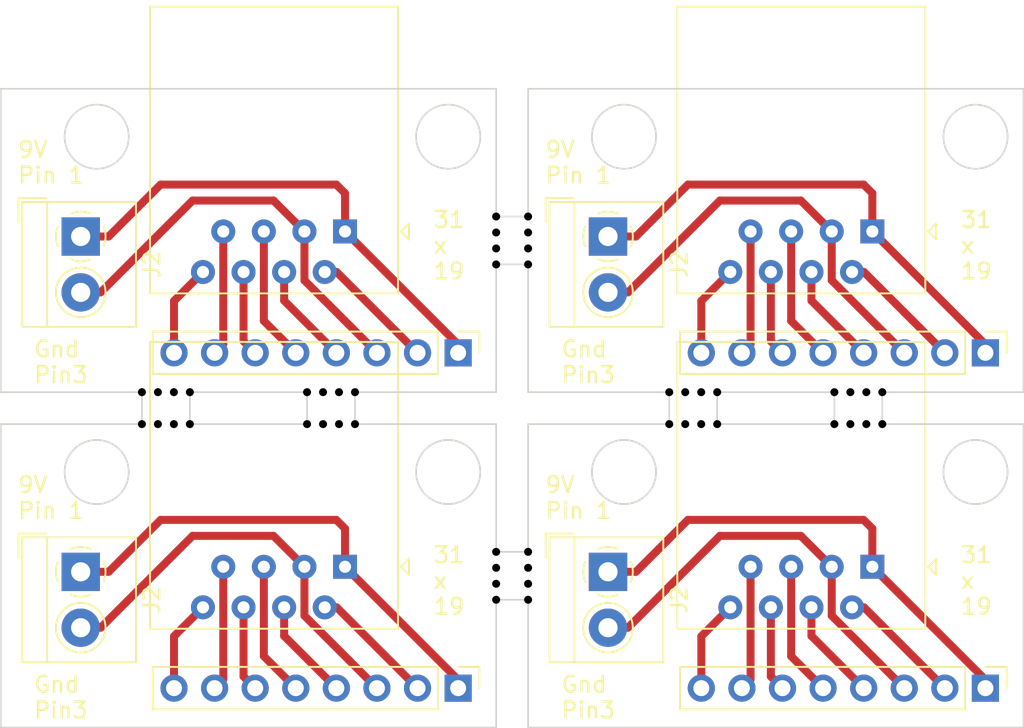
<source format=kicad_pcb>
(kicad_pcb (version 20221018) (generator pcbnew)
  (layers (0 "F.Cu" signal) (31 "B.Cu" signal) (34 "B.Paste" user) (35 "F.Paste" user) (36 "B.SilkS" user "B.Silkscreen") (37 "F.SilkS" user "F.Silkscreen") (38 "B.Mask" user) (39 "F.Mask" user) (44 "Edge.Cuts" user))
  (net 0 "")
  (net 1 "Board_0-Net-(J2-Pin_1)")
  (net 2 "Board_0-Net-(J2-Pin_2)")
  (net 3 "Board_0-Net-(J4-Pin_2)")
  (net 4 "Board_0-Net-(J4-Pin_4)")
  (net 5 "Board_0-Net-(J4-Pin_5)")
  (net 6 "Board_0-Net-(J4-Pin_6)")
  (net 7 "Board_0-Net-(J4-Pin_7)")
  (net 8 "Board_0-Net-(J4-Pin_8)")
  (net 9 "Board_1-Net-(J2-Pin_1)")
  (net 10 "Board_1-Net-(J2-Pin_2)")
  (net 11 "Board_1-Net-(J4-Pin_2)")
  (net 12 "Board_1-Net-(J4-Pin_4)")
  (net 13 "Board_1-Net-(J4-Pin_5)")
  (net 14 "Board_1-Net-(J4-Pin_6)")
  (net 15 "Board_1-Net-(J4-Pin_7)")
  (net 16 "Board_1-Net-(J4-Pin_8)")
  (net 17 "Board_2-Net-(J2-Pin_1)")
  (net 18 "Board_2-Net-(J2-Pin_2)")
  (net 19 "Board_2-Net-(J4-Pin_2)")
  (net 20 "Board_2-Net-(J4-Pin_4)")
  (net 21 "Board_2-Net-(J4-Pin_5)")
  (net 22 "Board_2-Net-(J4-Pin_6)")
  (net 23 "Board_2-Net-(J4-Pin_7)")
  (net 24 "Board_2-Net-(J4-Pin_8)")
  (net 25 "Board_3-Net-(J2-Pin_1)")
  (net 26 "Board_3-Net-(J2-Pin_2)")
  (net 27 "Board_3-Net-(J4-Pin_2)")
  (net 28 "Board_3-Net-(J4-Pin_4)")
  (net 29 "Board_3-Net-(J4-Pin_5)")
  (net 30 "Board_3-Net-(J4-Pin_6)")
  (net 31 "Board_3-Net-(J4-Pin_7)")
  (net 32 "Board_3-Net-(J4-Pin_8)")
  (footprint "NPTH" (layer "F.Cu") (at 147.5 49)
    (fp_text reference "KiKit_MB_7_1" hide)
    (fp_text value "NPTH" hide)
  )
  (footprint "NPTH" (layer "F.Cu") (at 170.666666 39)
    (fp_text reference "KiKit_MB_6_2" hide)
    (fp_text value "NPTH" hide)
  )
  (footprint "NPTH" (layer "F.Cu") (at 159.333333 41)
    (fp_text reference "KiKit_MB_11_2" hide)
    (fp_text value "NPTH" hide)
  )
  (footprint "NPTH" (layer "F.Cu") (at 147.5 31)
    (fp_text reference "KiKit_MB_1_4" hide)
    (fp_text value "NPTH" hide)
  )
  (footprint "Connector_RJ:RJ45_Amphenol_54602-x08_Horizontal" (layer "F.Cu") (at 138.0425 49.935 180)
    (fp_text reference "J1" hide)
    (fp_text value "8P8C")
  )
  (footprint "NPTH" (layer "F.Cu") (at 171.666666 41)
    (fp_text reference "KiKit_MB_12_4" hide)
    (fp_text value "NPTH" hide)
  )
  (footprint "NPTH" (layer "F.Cu") (at 171.666666 39)
    (fp_text reference "KiKit_MB_6_1" hide)
    (fp_text value "NPTH" hide)
  )
  (footprint "Connector_RJ:RJ45_Amphenol_54602-x08_Horizontal" (layer "F.Cu") (at 171.0425 28.935 180)
    (fp_text reference "J1" hide)
    (fp_text value "8P8C")
  )
  (footprint "NPTH" (layer "F.Cu") (at 137.666666 39)
    (fp_text reference "KiKit_MB_3_2" hide)
    (fp_text value "NPTH" hide)
  )
  (footprint "Connector_PinHeader_2.54mm:PinHeader_1x08_P2.54mm_Vertical" (layer "F.Cu") (at 145.12 57.535 -90)
    (fp_text reference "J4" hide)
    (fp_text value "Conn_01x08_Pin" hide)
  )
  (footprint "Connector_PinHeader_2.54mm:PinHeader_1x08_P2.54mm_Vertical" (layer "F.Cu") (at 178.12 57.535 -90)
    (fp_text reference "J4" hide)
    (fp_text value "Conn_01x08_Pin" hide)
  )
  (footprint "TerminalBlock_4Ucon:TerminalBlock_4Ucon_1x02_P3.50mm_Horizontal" (layer "F.Cu") (at 154.5 29.25 -90)
    (fp_text reference "J2")
    (fp_text value "Screw_Terminal_01x02" hide)
  )
  (footprint "NPTH" (layer "F.Cu") (at 135.666666 39)
    (fp_text reference "KiKit_MB_3_4" hide)
    (fp_text value "NPTH" hide)
  )
  (footprint "NPTH" (layer "F.Cu") (at 149.5 29)
    (fp_text reference "KiKit_MB_4_3" hide)
    (fp_text value "NPTH" hide)
  )
  (footprint "NPTH" (layer "F.Cu") (at 125.333334 39)
    (fp_text reference "KiKit_MB_2_4" hide)
    (fp_text value "NPTH" hide)
  )
  (footprint "NPTH" (layer "F.Cu") (at 147.5 29)
    (fp_text reference "KiKit_MB_1_2" hide)
    (fp_text value "NPTH" hide)
  )
  (footprint "NPTH" (layer "F.Cu") (at 128.333334 41)
    (fp_text reference "KiKit_MB_8_4" hide)
    (fp_text value "NPTH" hide)
  )
  (footprint "Connector_RJ:RJ45_Amphenol_54602-x08_Horizontal" (layer "F.Cu") (at 138.0425 28.935 180)
    (fp_text reference "J1" hide)
    (fp_text value "8P8C")
  )
  (footprint "NPTH" (layer "F.Cu") (at 136.666666 41)
    (fp_text reference "KiKit_MB_9_2" hide)
    (fp_text value "NPTH" hide)
  )
  (footprint "NPTH" (layer "F.Cu") (at 170.666666 41)
    (fp_text reference "KiKit_MB_12_3" hide)
    (fp_text value "NPTH" hide)
  )
  (footprint "NPTH" (layer "F.Cu") (at 169.666666 41)
    (fp_text reference "KiKit_MB_12_2" hide)
    (fp_text value "NPTH" hide)
  )
  (footprint "NPTH" (layer "F.Cu") (at 160.333333 41)
    (fp_text reference "KiKit_MB_11_3" hide)
    (fp_text value "NPTH" hide)
  )
  (footprint "TerminalBlock_4Ucon:TerminalBlock_4Ucon_1x02_P3.50mm_Horizontal" (layer "F.Cu") (at 154.5 50.25 -90)
    (fp_text reference "J2")
    (fp_text value "Screw_Terminal_01x02" hide)
  )
  (footprint "NPTH" (layer "F.Cu") (at 160.333333 39)
    (fp_text reference "KiKit_MB_5_2" hide)
    (fp_text value "NPTH" hide)
  )
  (footprint "NPTH" (layer "F.Cu") (at 137.666666 41)
    (fp_text reference "KiKit_MB_9_3" hide)
    (fp_text value "NPTH" hide)
  )
  (footprint "NPTH" (layer "F.Cu") (at 136.666666 39)
    (fp_text reference "KiKit_MB_3_3" hide)
    (fp_text value "NPTH" hide)
  )
  (footprint "NPTH" (layer "F.Cu") (at 149.5 30)
    (fp_text reference "KiKit_MB_4_2" hide)
    (fp_text value "NPTH" hide)
  )
  (footprint "NPTH" (layer "F.Cu") (at 149.5 31)
    (fp_text reference "KiKit_MB_4_1" hide)
    (fp_text value "NPTH" hide)
  )
  (footprint "NPTH" (layer "F.Cu") (at 149.5 50)
    (fp_text reference "KiKit_MB_10_3" hide)
    (fp_text value "NPTH" hide)
  )
  (footprint "NPTH" (layer "F.Cu") (at 138.666666 41)
    (fp_text reference "KiKit_MB_9_4" hide)
    (fp_text value "NPTH" hide)
  )
  (footprint "NPTH" (layer "F.Cu") (at 138.666666 39)
    (fp_text reference "KiKit_MB_3_1" hide)
    (fp_text value "NPTH" hide)
  )
  (footprint "NPTH" (layer "F.Cu") (at 161.333333 39)
    (fp_text reference "KiKit_MB_5_1" hide)
    (fp_text value "NPTH" hide)
  )
  (footprint "Connector_RJ:RJ45_Amphenol_54602-x08_Horizontal" (layer "F.Cu") (at 171.0425 49.935 180)
    (fp_text reference "J1" hide)
    (fp_text value "8P8C")
  )
  (footprint "NPTH" (layer "F.Cu") (at 149.5 28)
    (fp_text reference "KiKit_MB_4_4" hide)
    (fp_text value "NPTH" hide)
  )
  (footprint "NPTH" (layer "F.Cu") (at 149.5 49)
    (fp_text reference "KiKit_MB_10_4" hide)
    (fp_text value "NPTH" hide)
  )
  (footprint "NPTH" (layer "F.Cu") (at 169.666666 39)
    (fp_text reference "KiKit_MB_6_3" hide)
    (fp_text value "NPTH" hide)
  )
  (footprint "NPTH" (layer "F.Cu") (at 158.333333 41)
    (fp_text reference "KiKit_MB_11_1" hide)
    (fp_text value "NPTH" hide)
  )
  (footprint "NPTH" (layer "F.Cu") (at 147.5 28)
    (fp_text reference "KiKit_MB_1_1" hide)
    (fp_text value "NPTH" hide)
  )
  (footprint "NPTH" (layer "F.Cu") (at 128.333334 39)
    (fp_text reference "KiKit_MB_2_1" hide)
    (fp_text value "NPTH" hide)
  )
  (footprint "NPTH" (layer "F.Cu") (at 135.666666 41)
    (fp_text reference "KiKit_MB_9_1" hide)
    (fp_text value "NPTH" hide)
  )
  (footprint "NPTH" (layer "F.Cu") (at 161.333333 41)
    (fp_text reference "KiKit_MB_11_4" hide)
    (fp_text value "NPTH" hide)
  )
  (footprint "NPTH" (layer "F.Cu") (at 168.666666 41)
    (fp_text reference "KiKit_MB_12_1" hide)
    (fp_text value "NPTH" hide)
  )
  (footprint "Connector_PinHeader_2.54mm:PinHeader_1x08_P2.54mm_Vertical" (layer "F.Cu") (at 178.12 36.535 -90)
    (fp_text reference "J4" hide)
    (fp_text value "Conn_01x08_Pin" hide)
  )
  (footprint "NPTH" (layer "F.Cu") (at 126.333334 39)
    (fp_text reference "KiKit_MB_2_3" hide)
    (fp_text value "NPTH" hide)
  )
  (footprint "TerminalBlock_4Ucon:TerminalBlock_4Ucon_1x02_P3.50mm_Horizontal" (layer "F.Cu") (at 121.5 29.25 -90)
    (fp_text reference "J2")
    (fp_text value "Screw_Terminal_01x02" hide)
  )
  (footprint "NPTH" (layer "F.Cu") (at 147.5 51)
    (fp_text reference "KiKit_MB_7_3" hide)
    (fp_text value "NPTH" hide)
  )
  (footprint "Connector_PinHeader_2.54mm:PinHeader_1x08_P2.54mm_Vertical" (layer "F.Cu") (at 145.12 36.535 -90)
    (fp_text reference "J4" hide)
    (fp_text value "Conn_01x08_Pin" hide)
  )
  (footprint "NPTH" (layer "F.Cu") (at 147.5 50)
    (fp_text reference "KiKit_MB_7_2" hide)
    (fp_text value "NPTH" hide)
  )
  (footprint "NPTH" (layer "F.Cu") (at 127.333334 41)
    (fp_text reference "KiKit_MB_8_3" hide)
    (fp_text value "NPTH" hide)
  )
  (footprint "NPTH" (layer "F.Cu") (at 126.333334 41)
    (fp_text reference "KiKit_MB_8_2" hide)
    (fp_text value "NPTH" hide)
  )
  (footprint "NPTH" (layer "F.Cu") (at 147.5 52)
    (fp_text reference "KiKit_MB_7_4" hide)
    (fp_text value "NPTH" hide)
  )
  (footprint "NPTH" (layer "F.Cu") (at 125.333334 41)
    (fp_text reference "KiKit_MB_8_1" hide)
    (fp_text value "NPTH" hide)
  )
  (footprint "NPTH" (layer "F.Cu") (at 149.5 52)
    (fp_text reference "KiKit_MB_10_1" hide)
    (fp_text value "NPTH" hide)
  )
  (footprint "NPTH" (layer "F.Cu") (at 127.333334 39)
    (fp_text reference "KiKit_MB_2_2" hide)
    (fp_text value "NPTH" hide)
  )
  (footprint "NPTH" (layer "F.Cu") (at 147.5 30)
    (fp_text reference "KiKit_MB_1_3" hide)
    (fp_text value "NPTH" hide)
  )
  (footprint "NPTH" (layer "F.Cu") (at 159.333333 39)
    (fp_text reference "KiKit_MB_5_3" hide)
    (fp_text value "NPTH" hide)
  )
  (footprint "NPTH" (layer "F.Cu") (at 158.333333 39)
    (fp_text reference "KiKit_MB_5_4" hide)
    (fp_text value "NPTH" hide)
  )
  (footprint "TerminalBlock_4Ucon:TerminalBlock_4Ucon_1x02_P3.50mm_Horizontal" (layer "F.Cu") (at 121.5 50.25 -90)
    (fp_text reference "J2")
    (fp_text value "Screw_Terminal_01x02" hide)
  )
  (footprint "NPTH" (layer "F.Cu") (at 168.666666 39)
    (fp_text reference "KiKit_MB_6_4" hide)
    (fp_text value "NPTH" hide)
  )
  (footprint "NPTH" (layer "F.Cu") (at 149.5 51)
    (fp_text reference "KiKit_MB_10_2" hide)
    (fp_text value "NPTH" hide)
  )
  (gr_line (start 153.594892 43.365324) (end 153.62861 43.271886) (stroke (width 0.1)) (layer "Edge.Cuts"))
  (gr_line (start 144.178515 21.017855) (end 144.276933 21.004382) (stroke (width 0.1)) (layer "Edge.Cuts"))
  (gr_line (start 179.164436 21.876657) (end 179.217953 21.960344) (stroke (width 0.1)) (layer "Edge.Cuts"))
  (gr_line (start 142.666908 22.180229) (end 142.709691 22.090579) (stroke (width 0.1)) (layer "Edge.Cuts"))
  (gr_line (start 175.521983 43.654024) (end 175.541513 43.556627) (stroke (width 0.1)) (layer "Edge.Cuts"))
  (gr_line (start 178.911094 42.571343) (end 178.98002 42.642875) (stroke (width 0.1)) (layer "Edge.Cuts"))
  (gr_line (start 157.106846 21.795719) (end 157.164436 21.876657) (stroke (width 0.1)) (layer "Edge.Cuts"))
  (gr_line (start 157.498223 44.198367) (end 157.485968 44.296944) (stroke (width 0.1)) (layer "Edge.Cuts"))
  (gr_line (start 146.44692 22.508321) (end 146.468853 22.605205) (stroke (width 0.1)) (layer "Edge.Cuts"))
  (gr_line (start 171.666666 39) (end 180.5 39) (stroke (width 0.1)) (layer "Edge.Cuts"))
  (gr_line (start 143.356157 45.650415) (end 143.275937 45.591829) (stroke (width 0.1)) (layer "Edge.Cuts"))
  (gr_line (start 144.967561 45.952853) (end 144.870413 45.973586) (stroke (width 0.1)) (layer "Edge.Cuts"))
  (gr_line (start 176.439176 24.704963) (end 176.356157 24.650415) (stroke (width 0.1)) (layer "Edge.Cuts"))
  (gr_line (start 171.666666 39.9995) (end 171.666666 39) (stroke (width 0.1)) (layer "Edge.Cuts"))
  (gr_line (start 144.276933 21.004382) (end 144.375896 20.995792) (stroke (width 0.1)) (layer "Edge.Cuts"))
  (gr_line (start 156.911094 21.571343) (end 156.98002 21.642875) (stroke (width 0.1)) (layer "Edge.Cuts"))
  (gr_line (start 156.518328 42.269318) (end 156.60267 42.321796) (stroke (width 0.1)) (layer "Edge.Cuts"))
  (gr_line (start 177.772359 45.989489) (end 177.673638 46.000524) (stroke (width 0.1)) (layer "Edge.Cuts"))
  (gr_line (start 177.080884 21.036179) (end 177.178515 21.017855) (stroke (width 0.1)) (layer "Edge.Cuts"))
  (gr_line (start 122.870413 24.973586) (end 122.772359 24.989489) (stroke (width 0.1)) (layer "Edge.Cuts"))
  (gr_line (start 124.312254 44.864859) (end 124.267266 44.953424) (stroke (width 0.1)) (layer "Edge.Cuts"))
  (gr_line (start 116.5 60) (end 147.5 60) (stroke (width 0.1)) (layer "Edge.Cuts"))
  (gr_line (start 142.565836 23.539684) (end 142.541513 23.443372) (stroke (width 0.1)) (layer "Edge.Cuts"))
  (gr_line (start 120.666908 44.81977) (end 120.62861 44.728113) (stroke (width 0.1)) (layer "Edge.Cuts"))
  (gr_line (start 175.541513 23.443372) (end 175.521983 23.345975) (stroke (width 0.1)) (layer "Edge.Cuts"))
  (gr_line (start 144.475164 41.992107) (end 144.574492 41.993336) (stroke (width 0.1)) (layer "Edge.Cuts"))
  (gr_line (start 177.772359 42.01051) (end 177.870413 42.026413) (stroke (width 0.1)) (layer "Edge.Cuts"))
  (gr_line (start 179.267266 43.046575) (end 179.312254 43.13514) (stroke (width 0.1)) (layer "Edge.Cuts"))
  (gr_line (start 176.888935 42.087188) (end 176.984278 42.059309) (stroke (width 0.1)) (layer "Edge.Cuts"))
  (gr_line (start 121.124673 24.463122) (end 121.053999 24.393317) (stroke (width 0.1)) (layer "Edge.Cuts"))
  (gr_line (start 154.795087 45.880251) (end 154.702964 45.84309) (stroke (width 0.1)) (layer "Edge.Cuts"))
  (gr_line (start 124.164436 24.123342) (end 124.106846 24.20428) (stroke (width 0.1)) (layer "Edge.Cuts"))
  (gr_line (start 179.217953 45.039655) (end 179.164436 45.123342) (stroke (width 0.1)) (layer "Edge.Cuts"))
  (gr_line (start 176.275937 24.591829) (end 176.198713 24.529347) (stroke (width 0.1)) (layer "Edge.Cuts"))
  (gr_line (start 154.439176 42.295036) (end 154.52479 42.24466) (stroke (width 0.1)) (layer "Edge.Cuts"))
  (gr_line (start 157.468853 23.394794) (end 157.44692 23.491678) (stroke (width 0.1)) (layer "Edge.Cuts"))
  (gr_line (start 176.612792 42.19858) (end 176.702964 42.156909) (stroke (width 0.1)) (layer "Edge.Cuts"))
  (gr_line (start 154.356157 21.349584) (end 154.439176 21.295036) (stroke (width 0.1)) (layer "Edge.Cuts"))
  (gr_line (start 124.352807 43.225821) (end 124.388826 43.318396) (stroke (width 0.1)) (layer "Edge.Cuts"))
  (gr_line (start 157.388826 23.681603) (end 157.352807 23.774178) (stroke (width 0.1)) (layer "Edge.Cuts"))
  (gr_line (start 144.080884 42.036179) (end 144.178515 42.017855) (stroke (width 0.1)) (layer "Edge.Cuts"))
  (gr_line (start 144.475164 25.007892) (end 144.375896 25.004207) (stroke (width 0.1)) (layer "Edge.Cuts"))
  (gr_line (start 177.574492 25.006663) (end 177.475164 25.007892) (stroke (width 0.1)) (layer "Edge.Cuts"))
  (gr_line (start 157.44692 43.508321) (end 157.468853 43.605205) (stroke (width 0.1)) (layer "Edge.Cuts"))
  (gr_line (start 177.772359 24.989489) (end 177.673638 25.000524) (stroke (width 0.1)) (layer "Edge.Cuts"))
  (gr_line (start 178.98002 21.642875) (end 179.045324 21.717728) (stroke (width 0.1)) (layer "Edge.Cuts"))
  (gr_line (start 175.49748 22.851117) (end 175.507293 22.752268) (stroke (width 0.1)) (layer "Edge.Cuts"))
  (gr_line (start 143.053999 45.393317) (end 142.986864 45.320102) (stroke (width 0.1)) (layer "Edge.Cuts"))
  (gr_line (start 123.431493 42.221076) (end 123.518328 42.269318) (stroke (width 0.1)) (layer "Edge.Cuts"))
  (gr_line (start 179.106846 45.20428) (end 179.045324 45.282271) (stroke (width 0.1)) (layer "Edge.Cuts"))
  (gr_line (start 178.342379 45.822812) (end 178.251203 45.862241) (stroke (width 0.1)) (layer "Edge.Cuts"))
  (gr_line (start 154.888935 45.912811) (end 154.795087 45.880251) (stroke (width 0.1)) (layer "Edge.Cuts"))
  (gr_line (start 177.375896 41.995792) (end 177.475164 41.992107) (stroke (width 0.1)) (layer "Edge.Cuts"))
  (gr_line (start 143.275937 24.591829) (end 143.198713 24.529347) (stroke (width 0.1)) (layer "Edge.Cuts"))
  (gr_line (start 122.375896 20.995792) (end 122.475164 20.992107) (stroke (width 0.1)) (layer "Edge.Cuts"))
  (gr_line (start 157.388826 43.318396) (end 157.420223 43.41264) (stroke (width 0.1)) (layer "Edge.Cuts"))
  (gr_line (start 155.967561 24.952853) (end 155.870413 24.973586) (stroke (width 0.1)) (layer "Edge.Cuts"))
  (gr_line (start 161.333333 40.0015) (end 161.333333 39.9995) (stroke (width 0.1)) (layer "Edge.Cuts"))
  (gr_line (start 121.984278 24.94069) (end 121.888935 24.912811) (stroke (width 0.1)) (layer "Edge.Cuts"))
  (gr_line (start 146.420223 44.587359) (end 146.388826 44.681603) (stroke (width 0.1)) (layer "Edge.Cuts"))
  (gr_line (start 156.518328 45.730681) (end 156.431493 45.778923) (stroke (width 0.1)) (layer "Edge.Cuts"))
  (gr_line (start 143.984278 21.059309) (end 144.080884 21.036179) (stroke (width 0.1)) (layer "Edge.Cuts"))
  (gr_line (start 176.439176 42.295036) (end 176.52479 42.24466) (stroke (width 0.1)) (layer "Edge.Cuts"))
  (gr_line (start 121.984278 45.94069) (end 121.888935 45.912811) (stroke (width 0.1)) (layer "Edge.Cuts"))
  (gr_line (start 179.106846 24.20428) (end 179.045324 24.282271) (stroke (width 0.1)) (layer "Edge.Cuts"))
  (gr_line (start 178.518328 21.269318) (end 178.60267 21.321796) (stroke (width 0.1)) (layer "Edge.Cuts"))
  (gr_line (start 123.251203 42.137758) (end 123.342379 42.177187) (stroke (width 0.1)) (layer "Edge.Cuts"))
  (gr_line (start 157.388826 22.318396) (end 157.420223 22.41264) (stroke (width 0.1)) (layer "Edge.Cuts"))
  (gr_line (start 154.52479 21.24466) (end 154.612792 21.19858) (stroke (width 0.1)) (layer "Edge.Cuts"))
  (gr_line (start 144.870413 42.026413) (end 144.967561 42.047146) (stroke (width 0.1)) (layer "Edge.Cuts"))
  (gr_line (start 146.485968 23.296944) (end 146.468853 23.394794) (stroke (width 0.1)) (layer "Edge.Cuts"))
  (gr_line (start 176.356157 42.349584) (end 176.439176 42.295036) (stroke (width 0.1)) (layer "Edge.Cuts"))
  (gr_line (start 177.080884 42.036179) (end 177.178515 42.017855) (stroke (width 0.1)) (layer "Edge.Cuts"))
  (gr_line (start 142.923431 45.243656) (end 142.863857 45.164167) (stroke (width 0.1)) (layer "Edge.Cuts"))
  (gr_line (start 153.863857 21.835832) (end 153.923431 21.756343) (stroke (width 0.1)) (layer "Edge.Cuts"))
  (gr_line (start 157.352807 44.774178) (end 157.312254 44.864859) (stroke (width 0.1)) (layer "Edge.Cuts"))
  (gr_line (start 179.217953 42.960344) (end 179.267266 43.046575) (stroke (width 0.1)) (layer "Edge.Cuts"))
  (gr_line (start 175.666908 22.180229) (end 175.709691 22.090579) (stroke (width 0.1)) (layer "Edge.Cuts"))
  (gr_line (start 178.063565 21.072659) (end 178.158189 21.102887) (stroke (width 0.1)) (layer "Edge.Cuts"))
  (gr_line (start 121.612792 24.801419) (end 121.52479 24.755339) (stroke (width 0.1)) (layer "Edge.Cuts"))
  (gr_line (start 154.356157 24.650415) (end 154.275937 24.591829) (stroke (width 0.1)) (layer "Edge.Cuts"))
  (gr_line (start 179.44692 22.508321) (end 179.468853 22.605205) (stroke (width 0.1)) (layer "Edge.Cuts"))
  (gr_line (start 146.164436 42.876657) (end 146.217953 42.960344) (stroke (width 0.1)) (layer "Edge.Cuts"))
  (gr_line (start 175.492568 23.049667) (end 175.492568 22.950332) (stroke (width 0.1)) (layer "Edge.Cuts"))
  (gr_line (start 153.521983 22.654024) (end 153.541513 22.556627) (stroke (width 0.1)) (layer "Edge.Cuts"))
  (gr_line (start 154.702964 24.84309) (end 154.612792 24.801419) (stroke (width 0.1)) (layer "Edge.Cuts"))
  (gr_line (start 176.984278 42.059309) (end 177.080884 42.036179) (stroke (width 0.1)) (layer "Edge.Cuts"))
  (gr_line (start 176.053999 42.606682) (end 176.124673 42.536877) (stroke (width 0.1)) (layer "Edge.Cuts"))
  (gr_line (start 143.275937 45.591829) (end 143.198713 45.529347) (stroke (width 0.1)) (layer "Edge.Cuts"))
  (gr_line (start 142.565836 22.460315) (end 142.594892 22.365324) (stroke (width 0.1)) (layer "Edge.Cuts"))
  (gr_line (start 144.178515 45.982144) (end 144.080884 45.96382) (stroke (width 0.1)) (layer "Edge.Cuts"))
  (gr_line (start 123.684314 21.378381) (end 123.76306 21.438934) (stroke (width 0.1)) (layer "Edge.Cuts"))
  (gr_line (start 120.565836 43.460315) (end 120.594892 43.365324) (stroke (width 0.1)) (layer "Edge.Cuts"))
  (gr_line (start 154.888935 42.087188) (end 154.984278 42.059309) (stroke (width 0.1)) (layer "Edge.Cuts"))
  (gr_line (start 175.756856 22.003155) (end 175.808287 21.918169) (stroke (width 0.1)) (layer "Edge.Cuts"))
  (gr_line (start 142.863857 24.164167) (end 142.808287 24.08183) (stroke (width 0.1)) (layer "Edge.Cuts"))
  (gr_line (start 157.267266 44.953424) (end 157.217953 45.039655) (stroke (width 0.1)) (layer "Edge.Cuts"))
  (gr_line (start 175.863857 45.164167) (end 175.808287 45.08183) (stroke (width 0.1)) (layer "Edge.Cuts"))
  (gr_line (start 179.508046 44) (end 179.505588 44.099305) (stroke (width 0.1)) (layer "Edge.Cuts"))
  (gr_line (start 142.507293 43.752268) (end 142.521983 43.654024) (stroke (width 0.1)) (layer "Edge.Cuts"))
  (gr_line (start 176.356157 24.650415) (end 176.275937 24.591829) (stroke (width 0.1)) (layer "Edge.Cuts"))
  (gr_line (start 145.60267 42.321796) (end 145.684314 42.378381) (stroke (width 0.1)) (layer "Edge.Cuts"))
  (gr_line (start 146.44692 23.491678) (end 146.420223 23.587359) (stroke (width 0.1)) (layer "Edge.Cuts"))
  (gr_line (start 175.923431 24.243656) (end 175.863857 24.164167) (stroke (width 0.1)) (layer "Edge.Cuts"))
  (gr_line (start 123.60267 21.321796) (end 123.684314 21.378381) (stroke (width 0.1)) (layer "Edge.Cuts"))
  (gr_line (start 155.967561 45.952853) (end 155.870413 45.973586) (stroke (width 0.1)) (layer "Edge.Cuts"))
  (gr_line (start 176.888935 24.912811) (end 176.795087 24.880251) (stroke (width 0.1)) (layer "Edge.Cuts"))
  (gr_line (start 175.565836 44.539684) (end 175.541513 44.443372) (stroke (width 0.1)) (layer "Edge.Cuts"))
  (gr_line (start 144.375896 46.004207) (end 144.276933 45.995617) (stroke (width 0.1)) (layer "Edge.Cuts"))
  (gr_line (start 146.420223 43.41264) (end 146.44692 43.508321) (stroke (width 0.1)) (layer "Edge.Cuts"))
  (gr_line (start 123.98002 45.357124) (end 123.911094 45.428656) (stroke (width 0.1)) (layer "Edge.Cuts"))
  (gr_line (start 175.986864 21.679897) (end 176.053999 21.606682) (stroke (width 0.1)) (layer "Edge.Cuts"))
  (gr_line (start 142.709691 22.090579) (end 142.756856 22.003155) (stroke (width 0.1)) (layer "Edge.Cuts"))
  (gr_line (start 121.702964 21.156909) (end 121.795087 21.119748) (stroke (width 0.1)) (layer "Edge.Cuts"))
  (gr_line (start 124.045324 24.282271) (end 123.98002 24.357124) (stroke (width 0.1)) (layer "Edge.Cuts"))
  (gr_line (start 177.475164 25.007892) (end 177.375896 25.004207) (stroke (width 0.1)) (layer "Edge.Cuts"))
  (gr_line (start 175.594892 23.634675) (end 175.565836 23.539684) (stroke (width 0.1)) (layer "Edge.Cuts"))
  (gr_line (start 175.709691 44.90942) (end 175.666908 44.81977) (stroke (width 0.1)) (layer "Edge.Cuts"))
  (gr_line (start 176.275937 45.591829) (end 176.198713 45.529347) (stroke (width 0.1)) (layer "Edge.Cuts"))
  (gr_line (start 176.52479 42.24466) (end 176.612792 42.19858) (stroke (width 0.1)) (layer "Edge.Cuts"))
  (gr_line (start 155.178515 24.982144) (end 155.080884 24.96382) (stroke (width 0.1)) (layer "Edge.Cuts"))
  (gr_line (start 124.312254 22.13514) (end 124.352807 22.225821) (stroke (width 0.1)) (layer "Edge.Cuts"))
  (gr_line (start 157.312254 23.864859) (end 157.267266 23.953424) (stroke (width 0.1)) (layer "Edge.Cuts"))
  (gr_line (start 156.98002 24.357124) (end 156.911094 24.428656) (stroke (width 0.1)) (layer "Edge.Cuts"))
  (gr_line (start 176.053999 45.393317) (end 175.986864 45.320102) (stroke (width 0.1)) (layer "Edge.Cuts"))
  (gr_line (start 175.594892 44.634675) (end 175.565836 44.539684) (stroke (width 0.1)) (layer "Edge.Cuts"))
  (gr_line (start 179.420223 23.587359) (end 179.388826 23.681603) (stroke (width 0.1)) (layer "Edge.Cuts"))
  (gr_line (start 156.431493 42.221076) (end 156.518328 42.269318) (stroke (width 0.1)) (layer "Edge.Cuts"))
  (gr_line (start 178.063565 45.92734) (end 177.967561 45.952853) (stroke (width 0.1)) (layer "Edge.Cuts"))
  (gr_line (start 120.62861 43.271886) (end 120.666908 43.180229) (stroke (width 0.1)) (layer "Edge.Cuts"))
  (gr_line (start 120.808287 24.08183) (end 120.756856 23.996844) (stroke (width 0.1)) (layer "Edge.Cuts"))
  (gr_line (start 121.275937 24.591829) (end 121.198713 24.529347) (stroke (width 0.1)) (layer "Edge.Cuts"))
  (gr_line (start 124.485968 22.703055) (end 124.498223 22.801632) (stroke (width 0.1)) (layer "Edge.Cuts"))
  (gr_line (start 176.053999 21.606682) (end 176.124673 21.536877) (stroke (width 0.1)) (layer "Edge.Cuts"))
  (gr_line (start 123.342379 42.177187) (end 123.431493 42.221076) (stroke (width 0.1)) (layer "Edge.Cuts"))
  (gr_line (start 123.251203 45.862241) (end 123.158189 45.897112) (stroke (width 0.1)) (layer "Edge.Cuts"))
  (gr_line (start 157.498223 43.801632) (end 157.505588 43.900694) (stroke (width 0.1)) (layer "Edge.Cuts"))
  (gr_line (start 144.673638 46.000524) (end 144.574492 46.006663) (stroke (width 0.1)) (layer "Edge.Cuts"))
  (gr_line (start 178.60267 45.678203) (end 178.518328 45.730681) (stroke (width 0.1)) (layer "Edge.Cuts"))
  (gr_line (start 120.709691 23.90942) (end 120.666908 23.81977) (stroke (width 0.1)) (layer "Edge.Cuts"))
  (gr_line (start 143.439176 45.704963) (end 143.356157 45.650415) (stroke (width 0.1)) (layer "Edge.Cuts"))
  (gr_line (start 120.541513 23.443372) (end 120.521983 23.345975) (stroke (width 0.1)) (layer "Edge.Cuts"))
  (gr_line (start 146.505588 44.099305) (end 146.498223 44.198367) (stroke (width 0.1)) (layer "Edge.Cuts"))
  (gr_line (start 153.541513 22.556627) (end 153.565836 22.460315) (stroke (width 0.1)) (layer "Edge.Cuts"))
  (gr_line (start 156.684314 42.378381) (end 156.76306 42.438934) (stroke (width 0.1)) (layer "Edge.Cuts"))
  (gr_line (start 153.565836 23.539684) (end 153.541513 23.443372) (stroke (width 0.1)) (layer "Edge.Cuts"))
  (gr_line (start 153.541513 43.556627) (end 153.565836 43.460315) (stroke (width 0.1)) (layer "Edge.Cuts"))
  (gr_line (start 178.838715 24.496692) (end 178.76306 24.561065) (stroke (width 0.1)) (layer "Edge.Cuts"))
  (gr_line (start 142.62861 44.728113) (end 142.594892 44.634675) (stroke (width 0.1)) (layer "Edge.Cuts"))
  (gr_line (start 155.375896 20.995792) (end 155.475164 20.992107) (stroke (width 0.1)) (layer "Edge.Cuts"))
  (gr_line (start 154.198713 45.529347) (end 154.124673 45.463122) (stroke (width 0.1)) (layer "Edge.Cuts"))
  (gr_line (start 179.312254 44.864859) (end 179.267266 44.953424) (stroke (width 0.1)) (layer "Edge.Cuts"))
  (gr_line (start 149.5 31) (end 149.5 39) (stroke (width 0.1)) (layer "Edge.Cuts"))
  (gr_line (start 121.053999 42.606682) (end 121.124673 42.536877) (stroke (width 0.1)) (layer "Edge.Cuts"))
  (gr_line (start 153.492568 22.950332) (end 153.49748 22.851117) (stroke (width 0.1)) (layer "Edge.Cuts"))
  (gr_line (start 124.485968 44.296944) (end 124.468853 44.394794) (stroke (width 0.1)) (layer "Edge.Cuts"))
  (gr_line (start 149.5 41) (end 149.5 49) (stroke (width 0.1)) (layer "Edge.Cuts"))
  (gr_line (start 146.217953 45.039655) (end 146.164436 45.123342) (stroke (width 0.1)) (layer "Edge.Cuts"))
  (gr_line (start 153.986864 24.320102) (end 153.923431 24.243656) (stroke (width 0.1)) (layer "Edge.Cuts"))
  (gr_line (start 177.870413 24.973586) (end 177.772359 24.989489) (stroke (width 0.1)) (layer "Edge.Cuts"))
  (gr_line (start 143.053999 42.606682) (end 143.124673 42.536877) (stroke (width 0.1)) (layer "Edge.Cuts"))
  (gr_line (start 175.756856 23.996844) (end 175.709691 23.90942) (stroke (width 0.1)) (layer "Edge.Cuts"))
  (gr_line (start 124.045324 21.717728) (end 124.106846 21.795719) (stroke (width 0.1)) (layer "Edge.Cuts"))
  (gr_line (start 124.508046 23) (end 124.505588 23.099305) (stroke (width 0.1)) (layer "Edge.Cuts"))
  (gr_line (start 142.594892 44.634675) (end 142.565836 44.539684) (stroke (width 0.1)) (layer "Edge.Cuts"))
  (gr_line (start 143.795087 45.880251) (end 143.702964 45.84309) (stroke (width 0.1)) (layer "Edge.Cuts"))
  (gr_line (start 179.485968 44.296944) (end 179.468853 44.394794) (stroke (width 0.1)) (layer "Edge.Cuts"))
  (gr_line (start 124.498223 43.801632) (end 124.505588 43.900694) (stroke (width 0.1)) (layer "Edge.Cuts"))
  (gr_line (start 138.666666 39) (end 147.5 39) (stroke (width 0.1)) (layer "Edge.Cuts"))
  (gr_line (start 178.251203 45.862241) (end 178.158189 45.897112) (stroke (width 0.1)) (layer "Edge.Cuts"))
  (gr_line (start 146.217953 24.039655) (end 146.164436 24.123342) (stroke (width 0.1)) (layer "Edge.Cuts"))
  (gr_line (start 175.923431 45.243656) (end 175.863857 45.164167) (stroke (width 0.1)) (layer "Edge.Cuts"))
  (gr_line (start 146.468853 22.605205) (end 146.485968 22.703055) (stroke (width 0.1)) (layer "Edge.Cuts"))
  (gr_line (start 155.574492 25.006663) (end 155.475164 25.007892) (stroke (width 0.1)) (layer "Edge.Cuts"))
  (gr_line (start 176.356157 21.349584) (end 176.439176 21.295036) (stroke (width 0.1)) (layer "Edge.Cuts"))
  (gr_line (start 144.870413 45.973586) (end 144.772359 45.989489) (stroke (width 0.1)) (layer "Edge.Cuts"))
  (gr_line (start 179.505588 22.900694) (end 179.508046 23) (stroke (width 0.1)) (layer "Edge.Cuts"))
  (gr_line (start 122.772359 45.989489) (end 122.673638 46.000524) (stroke (width 0.1)) (layer "Edge.Cuts"))
  (gr_line (start 120.507293 44.247731) (end 120.49748 44.148882) (stroke (width 0.1)) (layer "Edge.Cuts"))
  (gr_line (start 144.375896 20.995792) (end 144.475164 20.992107) (stroke (width 0.1)) (layer "Edge.Cuts"))
  (gr_line (start 142.507293 22.752268) (end 142.521983 22.654024) (stroke (width 0.1)) (layer "Edge.Cuts"))
  (gr_line (start 176.356157 45.650415) (end 176.275937 45.591829) (stroke (width 0.1)) (layer "Edge.Cuts"))
  (gr_line (start 155.772359 42.01051) (end 155.870413 42.026413) (stroke (width 0.1)) (layer "Edge.Cuts"))
  (gr_line (start 143.198713 24.529347) (end 143.124673 24.463122) (stroke (width 0.1)) (layer "Edge.Cuts"))
  (gr_line (start 157.508046 23) (end 157.505588 23.099305) (stroke (width 0.1)) (layer "Edge.Cuts"))
  (gr_line (start 123.60267 42.321796) (end 123.684314 42.378381) (stroke (width 0.1)) (layer "Edge.Cuts"))
  (gr_line (start 145.911094 45.428656) (end 145.838715 45.496692) (stroke (width 0.1)) (layer "Edge.Cuts"))
  (gr_line (start 176.439176 21.295036) (end 176.52479 21.24466) (stroke (width 0.1)) (layer "Edge.Cuts"))
  (gr_line (start 156.342379 45.822812) (end 156.251203 45.862241) (stroke (width 0.1)) (layer "Edge.Cuts"))
  (gr_line (start 178.342379 42.177187) (end 178.431493 42.221076) (stroke (width 0.1)) (layer "Edge.Cuts"))
  (gr_line (start 145.063565 45.92734) (end 144.967561 45.952853) (stroke (width 0.1)) (layer "Edge.Cuts"))
  (gr_line (start 142.492568 22.950332) (end 142.49748 22.851117) (stroke (width 0.1)) (layer "Edge.Cuts"))
  (gr_line (start 122.967561 24.952853) (end 122.870413 24.973586) (stroke (width 0.1)) (layer "Edge.Cuts"))
  (gr_line (start 149.5 39) (end 158.333333 39) (stroke (width 0.1)) (layer "Edge.Cuts"))
  (gr_line (start 154.702964 21.156909) (end 154.795087 21.119748) (stroke (width 0.1)) (layer "Edge.Cuts"))
  (gr_line (start 145.158189 42.102887) (end 145.251203 42.137758) (stroke (width 0.1)) (layer "Edge.Cuts"))
  (gr_line (start 153.666908 43.180229) (end 153.709691 43.090579) (stroke (width 0.1)) (layer "Edge.Cuts"))
  (gr_line (start 147.5 20) (end 116.5 20) (stroke (width 0.1)) (layer "Edge.Cuts"))
  (gr_line (start 143.888935 24.912811) (end 143.795087 24.880251) (stroke (width 0.1)) (layer "Edge.Cuts"))
  (gr_line (start 143.52479 42.24466) (end 143.612792 42.19858) (stroke (width 0.1)) (layer "Edge.Cuts"))
  (gr_line (start 143.124673 45.463122) (end 143.053999 45.393317) (stroke (width 0.1)) (layer "Edge.Cuts"))
  (gr_line (start 153.666908 23.81977) (end 153.62861 23.728113) (stroke (width 0.1)) (layer "Edge.Cuts"))
  (gr_line (start 175.986864 45.320102) (end 175.923431 45.243656) (stroke (width 0.1)) (layer "Edge.Cuts"))
  (gr_line (start 145.911094 24.428656) (end 145.838715 24.496692) (stroke (width 0.1)) (layer "Edge.Cuts"))
  (gr_line (start 177.967561 45.952853) (end 177.870413 45.973586) (stroke (width 0.1)) (layer "Edge.Cuts"))
  (gr_line (start 145.518328 45.730681) (end 145.431493 45.778923) (stroke (width 0.1)) (layer "Edge.Cuts"))
  (gr_line (start 146.267266 43.046575) (end 146.312254 43.13514) (stroke (width 0.1)) (layer "Edge.Cuts"))
  (gr_line (start 176.795087 21.119748) (end 176.888935 21.087188) (stroke (width 0.1)) (layer "Edge.Cuts"))
  (gr_line (start 157.352807 43.225821) (end 157.388826 43.318396) (stroke (width 0.1)) (layer "Edge.Cuts"))
  (gr_line (start 178.98002 45.357124) (end 178.911094 45.428656) (stroke (width 0.1)) (layer "Edge.Cuts"))
  (gr_line (start 143.356157 24.650415) (end 143.275937 24.591829) (stroke (width 0.1)) (layer "Edge.Cuts"))
  (gr_line (start 124.468853 22.605205) (end 124.485968 22.703055) (stroke (width 0.1)) (layer "Edge.Cuts"))
  (gr_line (start 124.508046 44) (end 124.505588 44.099305) (stroke (width 0.1)) (layer "Edge.Cuts"))
  (gr_line (start 175.62861 22.271886) (end 175.666908 22.180229) (stroke (width 0.1)) (layer "Edge.Cuts"))
  (gr_line (start 121.612792 42.19858) (end 121.702964 42.156909) (stroke (width 0.1)) (layer "Edge.Cuts"))
  (gr_line (start 145.158189 21.102887) (end 145.251203 21.137758) (stroke (width 0.1)) (layer "Edge.Cuts"))
  (gr_line (start 124.352807 23.774178) (end 124.312254 23.864859) (stroke (width 0.1)) (layer "Edge.Cuts"))
  (gr_line (start 153.808287 45.08183) (end 153.756856 44.996844) (stroke (width 0.1)) (layer "Edge.Cuts"))
  (gr_line (start 143.888935 42.087188) (end 143.984278 42.059309) (stroke (width 0.1)) (layer "Edge.Cuts"))
  (gr_line (start 176.198713 21.470652) (end 176.275937 21.40817) (stroke (width 0.1)) (layer "Edge.Cuts"))
  (gr_line (start 148.499 52) (end 148.501 52) (stroke (width 0.1)) (layer "Edge.Cuts"))
  (gr_line (start 124.164436 45.123342) (end 124.106846 45.20428) (stroke (width 0.1)) (layer "Edge.Cuts"))
  (gr_line (start 122.772359 42.01051) (end 122.870413 42.026413) (stroke (width 0.1)) (layer "Edge.Cuts"))
  (gr_line (start 120.709691 22.090579) (end 120.756856 22.003155) (stroke (width 0.1)) (layer "Edge.Cuts"))
  (gr_line (start 156.838715 42.503307) (end 156.911094 42.571343) (stroke (width 0.1)) (layer "Edge.Cuts"))
  (gr_line (start 178.431493 45.778923) (end 178.342379 45.822812) (stroke (width 0.1)) (layer "Edge.Cuts"))
  (gr_line (start 125.333333 40.0015) (end 125.333333 41) (stroke (width 0.1)) (layer "Edge.Cuts"))
  (gr_line (start 179.352807 23.774178) (end 179.312254 23.864859) (stroke (width 0.1)) (layer "Edge.Cuts"))
  (gr_line (start 142.565836 44.539684) (end 142.541513 44.443372) (stroke (width 0.1)) (layer "Edge.Cuts"))
  (gr_line (start 144.276933 24.995617) (end 144.178515 24.982144) (stroke (width 0.1)) (layer "Edge.Cuts"))
  (gr_line (start 145.431493 42.221076) (end 145.518328 42.269318) (stroke (width 0.1)) (layer "Edge.Cuts"))
  (gr_line (start 158.333333 41) (end 149.5 41) (stroke (width 0.1)) (layer "Edge.Cuts"))
  (gr_line (start 155.870413 42.026413) (end 155.967561 42.047146) (stroke (width 0.1)) (layer "Edge.Cuts"))
  (gr_line (start 179.352807 44.774178) (end 179.312254 44.864859) (stroke (width 0.1)) (layer "Edge.Cuts"))
  (gr_line (start 178.684314 42.378381) (end 178.76306 42.438934) (stroke (width 0.1)) (layer "Edge.Cuts"))
  (gr_line (start 179.505588 44.099305) (end 179.498223 44.198367) (stroke (width 0.1)) (layer "Edge.Cuts"))
  (gr_line (start 154.612792 24.801419) (end 154.52479 24.755339) (stroke (width 0.1)) (layer "Edge.Cuts"))
  (gr_line (start 146.106846 45.20428) (end 146.045324 45.282271) (stroke (width 0.1)) (layer "Edge.Cuts"))
  (gr_line (start 124.164436 42.876657) (end 124.217953 42.960344) (stroke (width 0.1)) (layer "Edge.Cuts"))
  (gr_line (start 123.838715 42.503307) (end 123.911094 42.571343) (stroke (width 0.1)) (layer "Edge.Cuts"))
  (gr_line (start 156.431493 24.778923) (end 156.342379 24.822812) (stroke (width 0.1)) (layer "Edge.Cuts"))
  (gr_line (start 179.44692 43.508321) (end 179.468853 43.605205) (stroke (width 0.1)) (layer "Edge.Cuts"))
  (gr_line (start 146.312254 23.864859) (end 146.267266 23.953424) (stroke (width 0.1)) (layer "Edge.Cuts"))
  (gr_line (start 143.124673 24.463122) (end 143.053999 24.393317) (stroke (width 0.1)) (layer "Edge.Cuts"))
  (gr_line (start 122.375896 46.004207) (end 122.276933 45.995617) (stroke (width 0.1)) (layer "Edge.Cuts"))
  (gr_line (start 146.352807 23.774178) (end 146.312254 23.864859) (stroke (width 0.1)) (layer "Edge.Cuts"))
  (gr_line (start 123.98002 24.357124) (end 123.911094 24.428656) (stroke (width 0.1)) (layer "Edge.Cuts"))
  (gr_line (start 153.709691 22.090579) (end 153.756856 22.003155) (stroke (width 0.1)) (layer "Edge.Cuts"))
  (gr_line (start 155.475164 46.007892) (end 155.375896 46.004207) (stroke (width 0.1)) (layer "Edge.Cuts"))
  (gr_line (start 145.431493 45.778923) (end 145.342379 45.822812) (stroke (width 0.1)) (layer "Edge.Cuts"))
  (gr_line (start 175.49748 43.851117) (end 175.507293 43.752268) (stroke (width 0.1)) (layer "Edge.Cuts"))
  (gr_line (start 180.5 20) (end 149.5 20) (stroke (width 0.1)) (layer "Edge.Cuts"))
  (gr_line (start 128.333333 39.9995) (end 128.333333 39) (stroke (width 0.1)) (layer "Edge.Cuts"))
  (gr_line (start 157.312254 43.13514) (end 157.352807 43.225821) (stroke (width 0.1)) (layer "Edge.Cuts"))
  (gr_line (start 120.49748 44.148882) (end 120.492568 44.049667) (stroke (width 0.1)) (layer "Edge.Cuts"))
  (gr_line (start 157.164436 42.876657) (end 157.217953 42.960344) (stroke (width 0.1)) (layer "Edge.Cuts"))
  (gr_line (start 122.178515 42.017855) (end 122.276933 42.004382) (stroke (width 0.1)) (layer "Edge.Cuts"))
  (gr_line (start 179.164436 42.876657) (end 179.217953 42.960344) (stroke (width 0.1)) (layer "Edge.Cuts"))
  (gr_line (start 146.505588 23.099305) (end 146.498223 23.198367) (stroke (width 0.1)) (layer "Edge.Cuts"))
  (gr_line (start 179.505588 43.900694) (end 179.508046 44) (stroke (width 0.1)) (layer "Edge.Cuts"))
  (gr_line (start 124.498223 23.198367) (end 124.485968 23.296944) (stroke (width 0.1)) (layer "Edge.Cuts"))
  (gr_line (start 145.342379 42.177187) (end 145.431493 42.221076) (stroke (width 0.1)) (layer "Edge.Cuts"))
  (gr_line (start 179.352807 22.225821) (end 179.388826 22.318396) (stroke (width 0.1)) (layer "Edge.Cuts"))
  (gr_line (start 142.521983 44.345975) (end 142.507293 44.247731) (stroke (width 0.1)) (layer "Edge.Cuts"))
  (gr_line (start 138.666666 40.0015) (end 138.666666 39.9995) (stroke (width 0.1)) (layer "Edge.Cuts"))
  (gr_line (start 142.756856 43.003155) (end 142.808287 42.918169) (stroke (width 0.1)) (layer "Edge.Cuts"))
  (gr_line (start 143.702964 45.84309) (end 143.612792 45.801419) (stroke (width 0.1)) (layer "Edge.Cuts"))
  (gr_line (start 123.518328 24.730681) (end 123.431493 24.778923) (stroke (width 0.1)) (layer "Edge.Cuts"))
  (gr_line (start 120.923431 42.756343) (end 120.986864 42.679897) (stroke (width 0.1)) (layer "Edge.Cuts"))
  (gr_line (start 154.795087 42.119748) (end 154.888935 42.087188) (stroke (width 0.1)) (layer "Edge.Cuts"))
  (gr_line (start 179.498223 22.801632) (end 179.505588 22.900694) (stroke (width 0.1)) (layer "Edge.Cuts"))
  (gr_line (start 146.352807 22.225821) (end 146.388826 22.318396) (stroke (width 0.1)) (layer "Edge.Cuts"))
  (gr_line (start 156.98002 42.642875) (end 157.045324 42.717728) (stroke (width 0.1)) (layer "Edge.Cuts"))
  (gr_line (start 158.333333 40.0015) (end 158.333333 41) (stroke (width 0.1)) (layer "Edge.Cuts"))
  (gr_line (start 142.507293 23.247731) (end 142.49748 23.148882) (stroke (width 0.1)) (layer "Edge.Cuts"))
  (gr_line (start 146.312254 44.864859) (end 146.267266 44.953424) (stroke (width 0.1)) (layer "Edge.Cuts"))
  (gr_line (start 128.333333 41) (end 128.333333 40.0015) (stroke (width 0.1)) (layer "Edge.Cuts"))
  (gr_line (start 121.275937 21.40817) (end 121.356157 21.349584) (stroke (width 0.1)) (layer "Edge.Cuts"))
  (gr_line (start 123.76306 21.438934) (end 123.838715 21.503307) (stroke (width 0.1)) (layer "Edge.Cuts"))
  (gr_line (start 154.053999 24.393317) (end 153.986864 24.320102) (stroke (width 0.1)) (layer "Edge.Cuts"))
  (gr_line (start 153.62861 23.728113) (end 153.594892 23.634675) (stroke (width 0.1)) (layer "Edge.Cuts"))
  (gr_line (start 121.702964 45.84309) (end 121.612792 45.801419) (stroke (width 0.1)) (layer "Edge.Cuts"))
  (gr_line (start 120.756856 44.996844) (end 120.709691 44.90942) (stroke (width 0.1)) (layer "Edge.Cuts"))
  (gr_line (start 121.702964 24.84309) (end 121.612792 24.801419) (stroke (width 0.1)) (layer "Edge.Cuts"))
  (gr_line (start 154.439176 24.704963) (end 154.356157 24.650415) (stroke (width 0.1)) (layer "Edge.Cuts"))
  (gr_line (start 128.333333 40.0015) (end 128.333333 39.9995) (stroke (width 0.1)) (layer "Edge.Cuts"))
  (gr_line (start 155.574492 46.006663) (end 155.475164 46.007892) (stroke (width 0.1)) (layer "Edge.Cuts"))
  (gr_line (start 142.986864 45.320102) (end 142.923431 45.243656) (stroke (width 0.1)) (layer "Edge.Cuts"))
  (gr_line (start 175.709691 43.090579) (end 175.756856 43.003155) (stroke (width 0.1)) (layer "Edge.Cuts"))
  (gr_line (start 124.44692 23.491678) (end 124.420223 23.587359) (stroke (width 0.1)) (layer "Edge.Cuts"))
  (gr_line (start 145.911094 42.571343) (end 145.98002 42.642875) (stroke (width 0.1)) (layer "Edge.Cuts"))
  (gr_line (start 120.986864 24.320102) (end 120.923431 24.243656) (stroke (width 0.1)) (layer "Edge.Cuts"))
  (gr_line (start 122.870413 21.026413) (end 122.967561 21.047146) (stroke (width 0.1)) (layer "Edge.Cuts"))
  (gr_line (start 138.666666 41) (end 138.666666 40.0015) (stroke (width 0.1)) (layer "Edge.Cuts"))
  (gr_line (start 122.574492 41.993336) (end 122.673638 41.999475) (stroke (width 0.1)) (layer "Edge.Cuts"))
  (gr_line (start 144.967561 21.047146) (end 145.063565 21.072659) (stroke (width 0.1)) (layer "Edge.Cuts"))
  (gr_line (start 148.499 28) (end 147.5 28) (stroke (width 0.1)) (layer "Edge.Cuts"))
  (gr_line (start 153.863857 42.835832) (end 153.923431 42.756343) (stroke (width 0.1)) (layer "Edge.Cuts"))
  (gr_line (start 122.673638 41.999475) (end 122.772359 42.01051) (stroke (width 0.1)) (layer "Edge.Cuts"))
  (gr_line (start 176.888935 21.087188) (end 176.984278 21.059309) (stroke (width 0.1)) (layer "Edge.Cuts"))
  (gr_line (start 142.565836 43.460315) (end 142.594892 43.365324) (stroke (width 0.1)) (layer "Edge.Cuts"))
  (gr_line (start 121.439176 42.295036) (end 121.52479 42.24466) (stroke (width 0.1)) (layer "Edge.Cuts"))
  (gr_line (start 177.276933 21.004382) (end 177.375896 20.995792) (stroke (width 0.1)) (layer "Edge.Cuts"))
  (gr_line (start 142.808287 24.08183) (end 142.756856 23.996844) (stroke (width 0.1)) (layer "Edge.Cuts"))
  (gr_line (start 124.388826 43.318396) (end 124.420223 43.41264) (stroke (width 0.1)) (layer "Edge.Cuts"))
  (gr_line (start 145.063565 42.072659) (end 145.158189 42.102887) (stroke (width 0.1)) (layer "Edge.Cuts"))
  (gr_line (start 143.124673 42.536877) (end 143.198713 42.470652) (stroke (width 0.1)) (layer "Edge.Cuts"))
  (gr_line (start 155.475164 41.992107) (end 155.574492 41.993336) (stroke (width 0.1)) (layer "Edge.Cuts"))
  (gr_line (start 156.60267 42.321796) (end 156.684314 42.378381) (stroke (width 0.1)) (layer "Edge.Cuts"))
  (gr_line (start 155.870413 21.026413) (end 155.967561 21.047146) (stroke (width 0.1)) (layer "Edge.Cuts"))
  (gr_line (start 143.439176 24.704963) (end 143.356157 24.650415) (stroke (width 0.1)) (layer "Edge.Cuts"))
  (gr_line (start 179.468853 43.605205) (end 179.485968 43.703055) (stroke (width 0.1)) (layer "Edge.Cuts"))
  (gr_line (start 179.44692 44.491678) (end 179.420223 44.587359) (stroke (width 0.1)) (layer "Edge.Cuts"))
  (gr_line (start 168.666666 41) (end 161.333333 41) (stroke (width 0.1)) (layer "Edge.Cuts"))
  (gr_line (start 143.612792 42.19858) (end 143.702964 42.156909) (stroke (width 0.1)) (layer "Edge.Cuts"))
  (gr_line (start 145.342379 24.822812) (end 145.251203 24.862241) (stroke (width 0.1)) (layer "Edge.Cuts"))
  (gr_line (start 177.375896 25.004207) (end 177.276933 24.995617) (stroke (width 0.1)) (layer "Edge.Cuts"))
  (gr_line (start 168.666666 40.0015) (end 168.666666 41) (stroke (width 0.1)) (layer "Edge.Cuts"))
  (gr_line (start 157.468853 22.605205) (end 157.485968 22.703055) (stroke (width 0.1)) (layer "Edge.Cuts"))
  (gr_line (start 121.439176 21.295036) (end 121.52479 21.24466) (stroke (width 0.1)) (layer "Edge.Cuts"))
  (gr_line (start 145.60267 24.678203) (end 145.518328 24.730681) (stroke (width 0.1)) (layer "Edge.Cuts"))
  (gr_line (start 154.888935 21.087188) (end 154.984278 21.059309) (stroke (width 0.1)) (layer "Edge.Cuts"))
  (gr_line (start 157.485968 44.296944) (end 157.468853 44.394794) (stroke (width 0.1)) (layer "Edge.Cuts"))
  (gr_line (start 179.508046 23) (end 179.505588 23.099305) (stroke (width 0.1)) (layer "Edge.Cuts"))
  (gr_line (start 176.275937 42.40817) (end 176.356157 42.349584) (stroke (width 0.1)) (layer "Edge.Cuts"))
  (gr_line (start 144.080884 21.036179) (end 144.178515 21.017855) (stroke (width 0.1)) (layer "Edge.Cuts"))
  (gr_line (start 179.468853 23.394794) (end 179.44692 23.491678) (stroke (width 0.1)) (layer "Edge.Cuts"))
  (gr_line (start 153.492568 44.049667) (end 153.492568 43.950332) (stroke (width 0.1)) (layer "Edge.Cuts"))
  (gr_line (start 156.342379 21.177187) (end 156.431493 21.221076) (stroke (width 0.1)) (layer "Edge.Cuts"))
  (gr_line (start 135.666666 39) (end 135.666666 39.9995) (stroke (width 0.1)) (layer "Edge.Cuts"))
  (gr_line (start 120.756856 43.003155) (end 120.808287 42.918169) (stroke (width 0.1)) (layer "Edge.Cuts"))
  (gr_line (start 179.468853 44.394794) (end 179.44692 44.491678) (stroke (width 0.1)) (layer "Edge.Cuts"))
  (gr_line (start 157.164436 21.876657) (end 157.217953 21.960344) (stroke (width 0.1)) (layer "Edge.Cuts"))
  (gr_line (start 146.508046 23) (end 146.505588 23.099305) (stroke (width 0.1)) (layer "Edge.Cuts"))
  (gr_line (start 153.863857 45.164167) (end 153.808287 45.08183) (stroke (width 0.1)) (layer "Edge.Cuts"))
  (gr_line (start 122.276933 42.004382) (end 122.375896 41.995792) (stroke (width 0.1)) (layer "Edge.Cuts"))
  (gr_line (start 120.541513 22.556627) (end 120.565836 22.460315) (stroke (width 0.1)) (layer "Edge.Cuts"))
  (gr_line (start 176.984278 24.94069) (end 176.888935 24.912811) (stroke (width 0.1)) (layer "Edge.Cuts"))
  (gr_line (start 178.60267 24.678203) (end 178.518328 24.730681) (stroke (width 0.1)) (layer "Edge.Cuts"))
  (gr_line (start 123.76306 45.561065) (end 123.684314 45.621618) (stroke (width 0.1)) (layer "Edge.Cuts"))
  (gr_line (start 155.178515 45.982144) (end 155.080884 45.96382) (stroke (width 0.1)) (layer "Edge.Cuts"))
  (gr_line (start 121.52479 45.755339) (end 121.439176 45.704963) (stroke (width 0.1)) (layer "Edge.Cuts"))
  (gr_line (start 176.888935 45.912811) (end 176.795087 45.880251) (stroke (width 0.1)) (layer "Edge.Cuts"))
  (gr_line (start 177.080884 45.96382) (end 176.984278 45.94069) (stroke (width 0.1)) (layer "Edge.Cuts"))
  (gr_line (start 176.275937 21.40817) (end 176.356157 21.349584) (stroke (width 0.1)) (layer "Edge.Cuts"))
  (gr_line (start 120.986864 21.679897) (end 121.053999 21.606682) (stroke (width 0.1)) (layer "Edge.Cuts"))
  (gr_line (start 175.62861 44.728113) (end 175.594892 44.634675) (stroke (width 0.1)) (layer "Edge.Cuts"))
  (gr_line (start 124.267266 23.953424) (end 124.217953 24.039655) (stroke (width 0.1)) (layer "Edge.Cuts"))
  (gr_line (start 142.986864 24.320102) (end 142.923431 24.243656) (stroke (width 0.1)) (layer "Edge.Cuts"))
  (gr_line (start 121.888935 21.087188) (end 121.984278 21.059309) (stroke (width 0.1)) (layer "Edge.Cuts"))
  (gr_line (start 122.673638 20.999475) (end 122.772359 21.01051) (stroke (width 0.1)) (layer "Edge.Cuts"))
  (gr_line (start 145.60267 45.678203) (end 145.518328 45.730681) (stroke (width 0.1)) (layer "Edge.Cuts"))
  (gr_line (start 122.967561 42.047146) (end 123.063565 42.072659) (stroke (width 0.1)) (layer "Edge.Cuts"))
  (gr_line (start 154.888935 24.912811) (end 154.795087 24.880251) (stroke (width 0.1)) (layer "Edge.Cuts"))
  (gr_line (start 153.541513 23.443372) (end 153.521983 23.345975) (stroke (width 0.1)) (layer "Edge.Cuts"))
  (gr_line (start 157.44692 23.491678) (end 157.420223 23.587359) (stroke (width 0.1)) (layer "Edge.Cuts"))
  (gr_line (start 124.106846 45.20428) (end 124.045324 45.282271) (stroke (width 0.1)) (layer "Edge.Cuts"))
  (gr_line (start 154.702964 42.156909) (end 154.795087 42.119748) (stroke (width 0.1)) (layer "Edge.Cuts"))
  (gr_line (start 144.574492 41.993336) (end 144.673638 41.999475) (stroke (width 0.1)) (layer "Edge.Cuts"))
  (gr_line (start 148.501 28) (end 148.499 28) (stroke (width 0.1)) (layer "Edge.Cuts"))
  (gr_line (start 145.76306 24.561065) (end 145.684314 24.621618) (stroke (width 0.1)) (layer "Edge.Cuts"))
  (gr_line (start 175.808287 42.918169) (end 175.863857 42.835832) (stroke (width 0.1)) (layer "Edge.Cuts"))
  (gr_line (start 120.565836 22.460315) (end 120.594892 22.365324) (stroke (width 0.1)) (layer "Edge.Cuts"))
  (gr_line (start 144.673638 20.999475) (end 144.772359 21.01051) (stroke (width 0.1)) (layer "Edge.Cuts"))
  (gr_line (start 145.98002 45.357124) (end 145.911094 45.428656) (stroke (width 0.1)) (layer "Edge.Cuts"))
  (gr_line (start 176.439176 45.704963) (end 176.356157 45.650415) (stroke (width 0.1)) (layer "Edge.Cuts"))
  (gr_line (start 121.356157 24.650415) (end 121.275937 24.591829) (stroke (width 0.1)) (layer "Edge.Cuts"))
  (gr_line (start 142.923431 24.243656) (end 142.863857 24.164167) (stroke (width 0.1)) (layer "Edge.Cuts"))
  (gr_line (start 155.673638 41.999475) (end 155.772359 42.01051) (stroke (width 0.1)) (layer "Edge.Cuts"))
  (gr_line (start 145.684314 42.378381) (end 145.76306 42.438934) (stroke (width 0.1)) (layer "Edge.Cuts"))
  (gr_line (start 156.684314 21.378381) (end 156.76306 21.438934) (stroke (width 0.1)) (layer "Edge.Cuts"))
  (gr_line (start 175.565836 43.460315) (end 175.594892 43.365324) (stroke (width 0.1)) (layer "Edge.Cuts"))
  (gr_line (start 143.612792 24.801419) (end 143.52479 24.755339) (stroke (width 0.1)) (layer "Edge.Cuts"))
  (gr_line (start 121.356157 45.650415) (end 121.275937 45.591829) (stroke (width 0.1)) (layer "Edge.Cuts"))
  (gr_line (start 120.666908 22.180229) (end 120.709691 22.090579) (stroke (width 0.1)) (layer "Edge.Cuts"))
  (gr_line (start 156.431493 21.221076) (end 156.518328 21.269318) (stroke (width 0.1)) (layer "Edge.Cuts"))
  (gr_line (start 156.251203 45.862241) (end 156.158189 45.897112) (stroke (width 0.1)) (layer "Edge.Cuts"))
  (gr_line (start 122.375896 25.004207) (end 122.276933 24.995617) (stroke (width 0.1)) (layer "Edge.Cuts"))
  (gr_line (start 178.684314 45.621618) (end 178.60267 45.678203) (stroke (width 0.1)) (layer "Edge.Cuts"))
  (gr_line (start 153.521983 23.345975) (end 153.507293 23.247731) (stroke (width 0.1)) (layer "Edge.Cuts"))
  (gr_line (start 123.431493 24.778923) (end 123.342379 24.822812) (stroke (width 0.1)) (layer "Edge.Cuts"))
  (gr_line (start 144.967561 42.047146) (end 145.063565 42.072659) (stroke (width 0.1)) (layer "Edge.Cuts"))
  (gr_line (start 154.275937 45.591829) (end 154.198713 45.529347) (stroke (width 0.1)) (layer "Edge.Cuts"))
  (gr_line (start 143.275937 42.40817) (end 143.356157 42.349584) (stroke (width 0.1)) (layer "Edge.Cuts"))
  (gr_line (start 179.045324 21.717728) (end 179.106846 21.795719) (stroke (width 0.1)) (layer "Edge.Cuts"))
  (gr_line (start 155.276933 42.004382) (end 155.375896 41.995792) (stroke (width 0.1)) (layer "Edge.Cuts"))
  (gr_line (start 142.62861 22.271886) (end 142.666908 22.180229) (stroke (width 0.1)) (layer "Edge.Cuts"))
  (gr_line (start 120.594892 23.634675) (end 120.565836 23.539684) (stroke (width 0.1)) (layer "Edge.Cuts"))
  (gr_line (start 124.164436 21.876657) (end 124.217953 21.960344) (stroke (width 0.1)) (layer "Edge.Cuts"))
  (gr_line (start 121.124673 45.463122) (end 121.053999 45.393317) (stroke (width 0.1)) (layer "Edge.Cuts"))
  (gr_line (start 120.507293 23.247731) (end 120.49748 23.148882) (stroke (width 0.1)) (layer "Edge.Cuts"))
  (gr_line (start 175.808287 21.918169) (end 175.863857 21.835832) (stroke (width 0.1)) (layer "Edge.Cuts"))
  (gr_line (start 120.521983 43.654024) (end 120.541513 43.556627) (stroke (width 0.1)) (layer "Edge.Cuts"))
  (gr_line (start 177.870413 45.973586) (end 177.772359 45.989489) (stroke (width 0.1)) (layer "Edge.Cuts"))
  (gr_line (start 157.312254 22.13514) (end 157.352807 22.225821) (stroke (width 0.1)) (layer "Edge.Cuts"))
  (gr_line (start 179.388826 43.318396) (end 179.420223 43.41264) (stroke (width 0.1)) (layer "Edge.Cuts"))
  (gr_line (start 179.106846 42.795719) (end 179.164436 42.876657) (stroke (width 0.1)) (layer "Edge.Cuts"))
  (gr_line (start 153.666908 22.180229) (end 153.709691 22.090579) (stroke (width 0.1)) (layer "Edge.Cuts"))
  (gr_line (start 176.702964 42.156909) (end 176.795087 42.119748) (stroke (width 0.1)) (layer "Edge.Cuts"))
  (gr_line (start 180.5 39) (end 180.5 20) (stroke (width 0.1)) (layer "Edge.Cuts"))
  (gr_line (start 156.063565 42.072659) (end 156.158189 42.102887) (stroke (width 0.1)) (layer "Edge.Cuts"))
  (gr_line (start 120.565836 44.539684) (end 120.541513 44.443372) (stroke (width 0.1)) (layer "Edge.Cuts"))
  (gr_line (start 145.251203 24.862241) (end 145.158189 24.897112) (stroke (width 0.1)) (layer "Edge.Cuts"))
  (gr_line (start 123.158189 45.897112) (end 123.063565 45.92734) (stroke (width 0.1)) (layer "Edge.Cuts"))
  (gr_line (start 155.475164 25.007892) (end 155.375896 25.004207) (stroke (width 0.1)) (layer "Edge.Cuts"))
  (gr_line (start 149.5 28) (end 148.501 28) (stroke (width 0.1)) (layer "Edge.Cuts"))
  (gr_line (start 124.312254 23.864859) (end 124.267266 23.953424) (stroke (width 0.1)) (layer "Edge.Cuts"))
  (gr_line (start 124.388826 22.318396) (end 124.420223 22.41264) (stroke (width 0.1)) (layer "Edge.Cuts"))
  (gr_line (start 121.52479 24.755339) (end 121.439176 24.704963) (stroke (width 0.1)) (layer "Edge.Cuts"))
  (gr_line (start 123.518328 21.269318) (end 123.60267 21.321796) (stroke (width 0.1)) (layer "Edge.Cuts"))
  (gr_line (start 157.045324 24.282271) (end 156.98002 24.357124) (stroke (width 0.1)) (layer "Edge.Cuts"))
  (gr_line (start 179.217953 21.960344) (end 179.267266 22.046575) (stroke (width 0.1)) (layer "Edge.Cuts"))
  (gr_line (start 145.063565 24.92734) (end 144.967561 24.952853) (stroke (width 0.1)) (layer "Edge.Cuts"))
  (gr_line (start 178.838715 42.503307) (end 178.911094 42.571343) (stroke (width 0.1)) (layer "Edge.Cuts"))
  (gr_line (start 175.492568 43.950332) (end 175.49748 43.851117) (stroke (width 0.1)) (layer "Edge.Cuts"))
  (gr_line (start 144.673638 25.000524) (end 144.574492 25.006663) (stroke (width 0.1)) (layer "Edge.Cuts"))
  (gr_line (start 121.439176 24.704963) (end 121.356157 24.650415) (stroke (width 0.1)) (layer "Edge.Cuts"))
  (gr_line (start 122.375896 41.995792) (end 122.475164 41.992107) (stroke (width 0.1)) (layer "Edge.Cuts"))
  (gr_line (start 168.666666 39.9995) (end 168.666666 40.0015) (stroke (width 0.1)) (layer "Edge.Cuts"))
  (gr_line (start 155.375896 41.995792) (end 155.475164 41.992107) (stroke (width 0.1)) (layer "Edge.Cuts"))
  (gr_line (start 124.045324 42.717728) (end 124.106846 42.795719) (stroke (width 0.1)) (layer "Edge.Cuts"))
  (gr_line (start 178.158189 45.897112) (end 178.063565 45.92734) (stroke (width 0.1)) (layer "Edge.Cuts"))
  (gr_line (start 153.808287 42.918169) (end 153.863857 42.835832) (stroke (width 0.1)) (layer "Edge.Cuts"))
  (gr_line (start 178.431493 24.778923) (end 178.342379 24.822812) (stroke (width 0.1)) (layer "Edge.Cuts"))
  (gr_line (start 179.045324 42.717728) (end 179.106846 42.795719) (stroke (width 0.1)) (layer "Edge.Cuts"))
  (gr_line (start 176.612792 21.19858) (end 176.702964 21.156909) (stroke (width 0.1)) (layer "Edge.Cuts"))
  (gr_line (start 161.333333 39.9995) (end 161.333333 39) (stroke (width 0.1)) (layer "Edge.Cuts"))
  (gr_line (start 153.507293 43.752268) (end 153.521983 43.654024) (stroke (width 0.1)) (layer "Edge.Cuts"))
  (gr_line (start 145.342379 21.177187) (end 145.431493 21.221076) (stroke (width 0.1)) (layer "Edge.Cuts"))
  (gr_line (start 177.475164 20.992107) (end 177.574492 20.993336) (stroke (width 0.1)) (layer "Edge.Cuts"))
  (gr_line (start 124.217953 24.039655) (end 124.164436 24.123342) (stroke (width 0.1)) (layer "Edge.Cuts"))
  (gr_line (start 153.521983 44.345975) (end 153.507293 44.247731) (stroke (width 0.1)) (layer "Edge.Cuts"))
  (gr_line (start 121.795087 45.880251) (end 121.702964 45.84309) (stroke (width 0.1)) (layer "Edge.Cuts"))
  (gr_line (start 179.498223 43.801632) (end 179.505588 43.900694) (stroke (width 0.1)) (layer "Edge.Cuts"))
  (gr_line (start 178.76306 21.438934) (end 178.838715 21.503307) (stroke (width 0.1)) (layer "Edge.Cuts"))
  (gr_line (start 116.5 20) (end 116.5 39) (stroke (width 0.1)) (layer "Edge.Cuts"))
  (gr_line (start 146.045324 42.717728) (end 146.106846 42.795719) (stroke (width 0.1)) (layer "Edge.Cuts"))
  (gr_line (start 143.702964 24.84309) (end 143.612792 24.801419) (stroke (width 0.1)) (layer "Edge.Cuts"))
  (gr_line (start 156.251203 24.862241) (end 156.158189 24.897112) (stroke (width 0.1)) (layer "Edge.Cuts"))
  (gr_line (start 142.863857 21.835832) (end 142.923431 21.756343) (stroke (width 0.1)) (layer "Edge.Cuts"))
  (gr_line (start 124.267266 43.046575) (end 124.312254 43.13514) (stroke (width 0.1)) (layer "Edge.Cuts"))
  (gr_line (start 124.106846 24.20428) (end 124.045324 24.282271) (stroke (width 0.1)) (layer "Edge.Cuts"))
  (gr_line (start 153.62861 44.728113) (end 153.594892 44.634675) (stroke (width 0.1)) (layer "Edge.Cuts"))
  (gr_line (start 144.080884 45.96382) (end 143.984278 45.94069) (stroke (width 0.1)) (layer "Edge.Cuts"))
  (gr_line (start 157.267266 43.046575) (end 157.312254 43.13514) (stroke (width 0.1)) (layer "Edge.Cuts"))
  (gr_line (start 179.485968 22.703055) (end 179.498223 22.801632) (stroke (width 0.1)) (layer "Edge.Cuts"))
  (gr_line (start 144.673638 41.999475) (end 144.772359 42.01051) (stroke (width 0.1)) (layer "Edge.Cuts"))
  (gr_line (start 145.60267 21.321796) (end 145.684314 21.378381) (stroke (width 0.1)) (layer "Edge.Cuts"))
  (gr_line (start 146.164436 24.123342) (end 146.106846 24.20428) (stroke (width 0.1)) (layer "Edge.Cuts"))
  (gr_line (start 135.666666 40.0015) (end 135.666666 41) (stroke (width 0.1)) (layer "Edge.Cuts"))
  (gr_line (start 157.045324 21.717728) (end 157.106846 21.795719) (stroke (width 0.1)) (layer "Edge.Cuts"))
  (gr_line (start 123.684314 45.621618) (end 123.60267 45.678203) (stroke (width 0.1)) (layer "Edge.Cuts"))
  (gr_line (start 154.612792 42.19858) (end 154.702964 42.156909) (stroke (width 0.1)) (layer "Edge.Cuts"))
  (gr_line (start 142.808287 21.918169) (end 142.863857 21.835832) (stroke (width 0.1)) (layer "Edge.Cuts"))
  (gr_line (start 121.198713 21.470652) (end 121.275937 21.40817) (stroke (width 0.1)) (layer "Edge.Cuts"))
  (gr_line (start 155.080884 45.96382) (end 154.984278 45.94069) (stroke (width 0.1)) (layer "Edge.Cuts"))
  (gr_line (start 135.666666 41) (end 128.333333 41) (stroke (width 0.1)) (layer "Edge.Cuts"))
  (gr_line (start 175.986864 24.320102) (end 175.923431 24.243656) (stroke (width 0.1)) (layer "Edge.Cuts"))
  (gr_line (start 155.080884 24.96382) (end 154.984278 24.94069) (stroke (width 0.1)) (layer "Edge.Cuts"))
  (gr_line (start 179.106846 21.795719) (end 179.164436 21.876657) (stroke (width 0.1)) (layer "Edge.Cuts"))
  (gr_line (start 122.080884 42.036179) (end 122.178515 42.017855) (stroke (width 0.1)) (layer "Edge.Cuts"))
  (gr_line (start 154.439176 21.295036) (end 154.52479 21.24466) (stroke (width 0.1)) (layer "Edge.Cuts"))
  (gr_line (start 142.541513 23.443372) (end 142.521983 23.345975) (stroke (width 0.1)) (layer "Edge.Cuts"))
  (gr_line (start 178.342379 21.177187) (end 178.431493 21.221076) (stroke (width 0.1)) (layer "Edge.Cuts"))
  (gr_line (start 145.911094 21.571343) (end 145.98002 21.642875) (stroke (width 0.1)) (layer "Edge.Cuts"))
  (gr_line (start 179.505588 23.099305) (end 179.498223 23.198367) (stroke (width 0.1)) (layer "Edge.Cuts"))
  (gr_line (start 154.52479 42.24466) (end 154.612792 42.19858) (stroke (width 0.1)) (layer "Edge.Cuts"))
  (gr_line (start 142.808287 42.918169) (end 142.863857 42.835832) (stroke (width 0.1)) (layer "Edge.Cuts"))
  (gr_line (start 155.475164 20.992107) (end 155.574492 20.993336) (stroke (width 0.1)) (layer "Edge.Cuts"))
  (gr_line (start 120.521983 23.345975) (end 120.507293 23.247731) (stroke (width 0.1)) (layer "Edge.Cuts"))
  (gr_line (start 153.565836 44.539684) (end 153.541513 44.443372) (stroke (width 0.1)) (layer "Edge.Cuts"))
  (gr_line (start 157.508046 44) (end 157.505588 44.099305) (stroke (width 0.1)) (layer "Edge.Cuts"))
  (gr_line (start 146.045324 21.717728) (end 146.106846 21.795719) (stroke (width 0.1)) (layer "Edge.Cuts"))
  (gr_line (start 121.275937 42.40817) (end 121.356157 42.349584) (stroke (width 0.1)) (layer "Edge.Cuts"))
  (gr_line (start 145.158189 24.897112) (end 145.063565 24.92734) (stroke (width 0.1)) (layer "Edge.Cuts"))
  (gr_line (start 156.98002 21.642875) (end 157.045324 21.717728) (stroke (width 0.1)) (layer "Edge.Cuts"))
  (gr_line (start 121.053999 45.393317) (end 120.986864 45.320102) (stroke (width 0.1)) (layer "Edge.Cuts"))
  (gr_line (start 179.164436 24.123342) (end 179.106846 24.20428) (stroke (width 0.1)) (layer "Edge.Cuts"))
  (gr_line (start 143.439176 21.295036) (end 143.52479 21.24466) (stroke (width 0.1)) (layer "Edge.Cuts"))
  (gr_line (start 154.52479 45.755339) (end 154.439176 45.704963) (stroke (width 0.1)) (layer "Edge.Cuts"))
  (gr_line (start 146.267266 23.953424) (end 146.217953 24.039655) (stroke (width 0.1)) (layer "Edge.Cuts"))
  (gr_line (start 157.505588 44.099305) (end 157.498223 44.198367) (stroke (width 0.1)) (layer "Edge.Cuts"))
  (gr_line (start 156.158189 42.102887) (end 156.251203 42.137758) (stroke (width 0.1)) (layer "Edge.Cuts"))
  (gr_line (start 154.702964 45.84309) (end 154.612792 45.801419) (stroke (width 0.1)) (layer "Edge.Cuts"))
  (gr_line (start 157.352807 22.225821) (end 157.388826 22.318396) (stroke (width 0.1)) (layer "Edge.Cuts"))
  (gr_line (start 177.967561 21.047146) (end 178.063565 21.072659) (stroke (width 0.1)) (layer "Edge.Cuts"))
  (gr_line (start 156.76306 42.438934) (end 156.838715 42.503307) (stroke (width 0.1)) (layer "Edge.Cuts"))
  (gr_line (start 123.342379 24.822812) (end 123.251203 24.862241) (stroke (width 0.1)) (layer "Edge.Cuts"))
  (gr_line (start 124.505588 23.099305) (end 124.498223 23.198367) (stroke (width 0.1)) (layer "Edge.Cuts"))
  (gr_line (start 175.594892 43.365324) (end 175.62861 43.271886) (stroke (width 0.1)) (layer "Edge.Cuts"))
  (gr_line (start 143.52479 45.755339) (end 143.439176 45.704963) (stroke (width 0.1)) (layer "Edge.Cuts"))
  (gr_line (start 156.158189 24.897112) (end 156.063565 24.92734) (stroke (width 0.1)) (layer "Edge.Cuts"))
  (gr_line (start 153.756856 22.003155) (end 153.808287 21.918169) (stroke (width 0.1)) (layer "Edge.Cuts"))
  (gr_line (start 156.251203 21.137758) (end 156.342379 21.177187) (stroke (width 0.1)) (layer "Edge.Cuts"))
  (gr_line (start 144.870413 24.973586) (end 144.772359 24.989489) (stroke (width 0.1)) (layer "Edge.Cuts"))
  (gr_line (start 123.063565 21.072659) (end 123.158189 21.102887) (stroke (width 0.1)) (layer "Edge.Cuts"))
  (gr_line (start 146.217953 42.960344) (end 146.267266 43.046575) (stroke (width 0.1)) (layer "Edge.Cuts"))
  (gr_line (start 155.080884 21.036179) (end 155.178515 21.017855) (stroke (width 0.1)) (layer "Edge.Cuts"))
  (gr_line (start 145.251203 42.137758) (end 145.342379 42.177187) (stroke (width 0.1)) (layer "Edge.Cuts"))
  (gr_line (start 147.5 60) (end 147.5 52) (stroke (width 0.1)) (layer "Edge.Cuts"))
  (gr_line (start 157.217953 42.960344) (end 157.267266 43.046575) (stroke (width 0.1)) (layer "Edge.Cuts"))
  (gr_line (start 124.217953 42.960344) (end 124.267266 43.046575) (stroke (width 0.1)) (layer "Edge.Cuts"))
  (gr_line (start 157.505588 43.900694) (end 157.508046 44) (stroke (width 0.1)) (layer "Edge.Cuts"))
  (gr_line (start 121.053999 21.606682) (end 121.124673 21.536877) (stroke (width 0.1)) (layer "Edge.Cuts"))
  (gr_line (start 154.124673 42.536877) (end 154.198713 42.470652) (stroke (width 0.1)) (layer "Edge.Cuts"))
  (gr_line (start 155.967561 42.047146) (end 156.063565 42.072659) (stroke (width 0.1)) (layer "Edge.Cuts"))
  (gr_line (start 153.756856 44.996844) (end 153.709691 44.90942) (stroke (width 0.1)) (layer "Edge.Cuts"))
  (gr_line (start 121.795087 24.880251) (end 121.702964 24.84309) (stroke (width 0.1)) (layer "Edge.Cuts"))
  (gr_line (start 121.52479 21.24466) (end 121.612792 21.19858) (stroke (width 0.1)) (layer "Edge.Cuts"))
  (gr_line (start 124.468853 43.605205) (end 124.485968 43.703055) (stroke (width 0.1)) (layer "Edge.Cuts"))
  (gr_line (start 120.986864 45.320102) (end 120.923431 45.243656) (stroke (width 0.1)) (layer "Edge.Cuts"))
  (gr_line (start 120.756856 22.003155) (end 120.808287 21.918169) (stroke (width 0.1)) (layer "Edge.Cuts"))
  (gr_line (start 156.342379 42.177187) (end 156.431493 42.221076) (stroke (width 0.1)) (layer "Edge.Cuts"))
  (gr_line (start 179.420223 22.41264) (end 179.44692 22.508321) (stroke (width 0.1)) (layer "Edge.Cuts"))
  (gr_line (start 142.541513 22.556627) (end 142.565836 22.460315) (stroke (width 0.1)) (layer "Edge.Cuts"))
  (gr_line (start 176.795087 24.880251) (end 176.702964 24.84309) (stroke (width 0.1)) (layer "Edge.Cuts"))
  (gr_line (start 149.5 52) (end 149.5 60) (stroke (width 0.1)) (layer "Edge.Cuts"))
  (gr_line (start 157.485968 22.703055) (end 157.498223 22.801632) (stroke (width 0.1)) (layer "Edge.Cuts"))
  (gr_line (start 143.612792 21.19858) (end 143.702964 21.156909) (stroke (width 0.1)) (layer "Edge.Cuts"))
  (gr_line (start 178.251203 21.137758) (end 178.342379 21.177187) (stroke (width 0.1)) (layer "Edge.Cuts"))
  (gr_line (start 145.518328 42.269318) (end 145.60267 42.321796) (stroke (width 0.1)) (layer "Edge.Cuts"))
  (gr_line (start 144.772359 21.01051) (end 144.870413 21.026413) (stroke (width 0.1)) (layer "Edge.Cuts"))
  (gr_line (start 156.60267 21.321796) (end 156.684314 21.378381) (stroke (width 0.1)) (layer "Edge.Cuts"))
  (gr_line (start 123.063565 24.92734) (end 122.967561 24.952853) (stroke (width 0.1)) (layer "Edge.Cuts"))
  (gr_line (start 121.795087 21.119748) (end 121.888935 21.087188) (stroke (width 0.1)) (layer "Edge.Cuts"))
  (gr_line (start 156.158189 45.897112) (end 156.063565 45.92734) (stroke (width 0.1)) (layer "Edge.Cuts"))
  (gr_line (start 123.342379 45.822812) (end 123.251203 45.862241) (stroke (width 0.1)) (layer "Edge.Cuts"))
  (gr_line (start 123.911094 42.571343) (end 123.98002 42.642875) (stroke (width 0.1)) (layer "Edge.Cuts"))
  (gr_line (start 124.420223 22.41264) (end 124.44692 22.508321) (stroke (width 0.1)) (layer "Edge.Cuts"))
  (gr_line (start 123.158189 21.102887) (end 123.251203 21.137758) (stroke (width 0.1)) (layer "Edge.Cuts"))
  (gr_line (start 142.709691 44.90942) (end 142.666908 44.81977) (stroke (width 0.1)) (layer "Edge.Cuts"))
  (gr_line (start 175.507293 44.247731) (end 175.49748 44.148882) (stroke (width 0.1)) (layer "Edge.Cuts"))
  (gr_line (start 144.375896 41.995792) (end 144.475164 41.992107) (stroke (width 0.1)) (layer "Edge.Cuts"))
  (gr_line (start 120.923431 45.243656) (end 120.863857 45.164167) (stroke (width 0.1)) (layer "Edge.Cuts"))
  (gr_line (start 175.507293 22.752268) (end 175.521983 22.654024) (stroke (width 0.1)) (layer "Edge.Cuts"))
  (gr_line (start 146.045324 24.282271) (end 145.98002 24.357124) (stroke (width 0.1)) (layer "Edge.Cuts"))
  (gr_line (start 142.986864 21.679897) (end 143.053999 21.606682) (stroke (width 0.1)) (layer "Edge.Cuts"))
  (gr_line (start 145.251203 21.137758) (end 145.342379 21.177187) (stroke (width 0.1)) (layer "Edge.Cuts"))
  (gr_line (start 156.518328 21.269318) (end 156.60267 21.321796) (stroke (width 0.1)) (layer "Edge.Cuts"))
  (gr_line (start 123.342379 21.177187) (end 123.431493 21.221076) (stroke (width 0.1)) (layer "Edge.Cuts"))
  (gr_line (start 177.178515 45.982144) (end 177.080884 45.96382) (stroke (width 0.1)) (layer "Edge.Cuts"))
  (gr_line (start 175.709691 22.090579) (end 175.756856 22.003155) (stroke (width 0.1)) (layer "Edge.Cuts"))
  (gr_line (start 120.62861 22.271886) (end 120.666908 22.180229) (stroke (width 0.1)) (layer "Edge.Cuts"))
  (gr_line (start 176.124673 24.463122) (end 176.053999 24.393317) (stroke (width 0.1)) (layer "Edge.Cuts"))
  (gr_line (start 155.276933 21.004382) (end 155.375896 20.995792) (stroke (width 0.1)) (layer "Edge.Cuts"))
  (gr_line (start 142.541513 43.556627) (end 142.565836 43.460315) (stroke (width 0.1)) (layer "Edge.Cuts"))
  (gr_line (start 138.666666 39.9995) (end 138.666666 39) (stroke (width 0.1)) (layer "Edge.Cuts"))
  (gr_line (start 148.501 31) (end 149.5 31) (stroke (width 0.1)) (layer "Edge.Cuts"))
  (gr_line (start 157.420223 22.41264) (end 157.44692 22.508321) (stroke (width 0.1)) (layer "Edge.Cuts"))
  (gr_line (start 156.431493 45.778923) (end 156.342379 45.822812) (stroke (width 0.1)) (layer "Edge.Cuts"))
  (gr_line (start 143.612792 45.801419) (end 143.52479 45.755339) (stroke (width 0.1)) (layer "Edge.Cuts"))
  (gr_line (start 157.106846 45.20428) (end 157.045324 45.282271) (stroke (width 0.1)) (layer "Edge.Cuts"))
  (gr_line (start 175.521983 23.345975) (end 175.507293 23.247731) (stroke (width 0.1)) (layer "Edge.Cuts"))
  (gr_line (start 120.594892 44.634675) (end 120.565836 44.539684) (stroke (width 0.1)) (layer "Edge.Cuts"))
  (gr_line (start 153.565836 22.460315) (end 153.594892 22.365324) (stroke (width 0.1)) (layer "Edge.Cuts"))
  (gr_line (start 145.684314 24.621618) (end 145.60267 24.678203) (stroke (width 0.1)) (layer "Edge.Cuts"))
  (gr_line (start 146.164436 21.876657) (end 146.217953 21.960344) (stroke (width 0.1)) (layer "Edge.Cuts"))
  (gr_line (start 147.5 39) (end 147.5 31) (stroke (width 0.1)) (layer "Edge.Cuts"))
  (gr_line (start 153.541513 44.443372) (end 153.521983 44.345975) (stroke (width 0.1)) (layer "Edge.Cuts"))
  (gr_line (start 142.709691 23.90942) (end 142.666908 23.81977) (stroke (width 0.1)) (layer "Edge.Cuts"))
  (gr_line (start 177.276933 42.004382) (end 177.375896 41.995792) (stroke (width 0.1)) (layer "Edge.Cuts"))
  (gr_line (start 143.795087 42.119748) (end 143.888935 42.087188) (stroke (width 0.1)) (layer "Edge.Cuts"))
  (gr_line (start 144.276933 42.004382) (end 144.375896 41.995792) (stroke (width 0.1)) (layer "Edge.Cuts"))
  (gr_line (start 153.521983 43.654024) (end 153.541513 43.556627) (stroke (width 0.1)) (layer "Edge.Cuts"))
  (gr_line (start 120.49748 43.851117) (end 120.507293 43.752268) (stroke (width 0.1)) (layer "Edge.Cuts"))
  (gr_line (start 155.772359 24.989489) (end 155.673638 25.000524) (stroke (width 0.1)) (layer "Edge.Cuts"))
  (gr_line (start 147.5 52) (end 148.499 52) (stroke (width 0.1)) (layer "Edge.Cuts"))
  (gr_line (start 142.756856 22.003155) (end 142.808287 21.918169) (stroke (width 0.1)) (layer "Edge.Cuts"))
  (gr_line (start 142.666908 23.81977) (end 142.62861 23.728113) (stroke (width 0.1)) (layer "Edge.Cuts"))
  (gr_line (start 176.984278 45.94069) (end 176.888935 45.912811) (stroke (width 0.1)) (layer "Edge.Cuts"))
  (gr_line (start 121.888935 42.087188) (end 121.984278 42.059309) (stroke (width 0.1)) (layer "Edge.Cuts"))
  (gr_line (start 121.356157 21.349584) (end 121.439176 21.295036) (stroke (width 0.1)) (layer "Edge.Cuts"))
  (gr_line (start 157.312254 44.864859) (end 157.267266 44.953424) (stroke (width 0.1)) (layer "Edge.Cuts"))
  (gr_line (start 153.507293 22.752268) (end 153.521983 22.654024) (stroke (width 0.1)) (layer "Edge.Cuts"))
  (gr_line (start 175.666908 44.81977) (end 175.62861 44.728113) (stroke (width 0.1)) (layer "Edge.Cuts"))
  (gr_line (start 123.76306 24.561065) (end 123.684314 24.621618) (stroke (width 0.1)) (layer "Edge.Cuts"))
  (gr_line (start 145.518328 21.269318) (end 145.60267 21.321796) (stroke (width 0.1)) (layer "Edge.Cuts"))
  (gr_line (start 178.911094 24.428656) (end 178.838715 24.496692) (stroke (width 0.1)) (layer "Edge.Cuts"))
  (gr_line (start 124.267266 22.046575) (end 124.312254 22.13514) (stroke (width 0.1)) (layer "Edge.Cuts"))
  (gr_line (start 156.251203 42.137758) (end 156.342379 42.177187) (stroke (width 0.1)) (layer "Edge.Cuts"))
  (gr_line (start 157.498223 23.198367) (end 157.485968 23.296944) (stroke (width 0.1)) (layer "Edge.Cuts"))
  (gr_line (start 154.198713 42.470652) (end 154.275937 42.40817) (stroke (width 0.1)) (layer "Edge.Cuts"))
  (gr_line (start 121.124673 21.536877) (end 121.198713 21.470652) (stroke (width 0.1)) (layer "Edge.Cuts"))
  (gr_line (start 157.44692 44.491678) (end 157.420223 44.587359) (stroke (width 0.1)) (layer "Edge.Cuts"))
  (gr_line (start 153.594892 23.634675) (end 153.565836 23.539684) (stroke (width 0.1)) (layer "Edge.Cuts"))
  (gr_line (start 179.485968 43.703055) (end 179.498223 43.801632) (stroke (width 0.1)) (layer "Edge.Cuts"))
  (gr_line (start 175.709691 23.90942) (end 175.666908 23.81977) (stroke (width 0.1)) (layer "Edge.Cuts"))
  (gr_line (start 124.498223 22.801632) (end 124.505588 22.900694) (stroke (width 0.1)) (layer "Edge.Cuts"))
  (gr_line (start 179.420223 43.41264) (end 179.44692 43.508321) (stroke (width 0.1)) (layer "Edge.Cuts"))
  (gr_line (start 177.475164 46.007892) (end 177.375896 46.004207) (stroke (width 0.1)) (layer "Edge.Cuts"))
  (gr_line (start 125.333333 41) (end 116.5 41) (stroke (width 0.1)) (layer "Edge.Cuts"))
  (gr_line (start 153.49748 23.148882) (end 153.492568 23.049667) (stroke (width 0.1)) (layer "Edge.Cuts"))
  (gr_line (start 143.198713 45.529347) (end 143.124673 45.463122) (stroke (width 0.1)) (layer "Edge.Cuts"))
  (gr_line (start 155.870413 24.973586) (end 155.772359 24.989489) (stroke (width 0.1)) (layer "Edge.Cuts"))
  (gr_line (start 177.870413 42.026413) (end 177.967561 42.047146) (stroke (width 0.1)) (layer "Edge.Cuts"))
  (gr_line (start 120.62861 44.728113) (end 120.594892 44.634675) (stroke (width 0.1)) (layer "Edge.Cuts"))
  (gr_line (start 122.574492 25.006663) (end 122.475164 25.007892) (stroke (width 0.1)) (layer "Edge.Cuts"))
  (gr_line (start 177.574492 41.993336) (end 177.673638 41.999475) (stroke (width 0.1)) (layer "Edge.Cuts"))
  (gr_line (start 146.498223 23.198367) (end 146.485968 23.296944) (stroke (width 0.1)) (layer "Edge.Cuts"))
  (gr_line (start 155.673638 46.000524) (end 155.574492 46.006663) (stroke (width 0.1)) (layer "Edge.Cuts"))
  (gr_line (start 143.795087 24.880251) (end 143.702964 24.84309) (stroke (width 0.1)) (layer "Edge.Cuts"))
  (gr_line (start 156.911094 45.428656) (end 156.838715 45.496692) (stroke (width 0.1)) (layer "Edge.Cuts"))
  (gr_line (start 122.475164 20.992107) (end 122.574492 20.993336) (stroke (width 0.1)) (layer "Edge.Cuts"))
  (gr_line (start 142.492568 44.049667) (end 142.492568 43.950332) (stroke (width 0.1)) (layer "Edge.Cuts"))
  (gr_line (start 143.356157 42.349584) (end 143.439176 42.295036) (stroke (width 0.1)) (layer "Edge.Cuts"))
  (gr_line (start 156.063565 45.92734) (end 155.967561 45.952853) (stroke (width 0.1)) (layer "Edge.Cuts"))
  (gr_line (start 124.420223 23.587359) (end 124.388826 23.681603) (stroke (width 0.1)) (layer "Edge.Cuts"))
  (gr_line (start 143.888935 21.087188) (end 143.984278 21.059309) (stroke (width 0.1)) (layer "Edge.Cuts"))
  (gr_line (start 156.684314 24.621618) (end 156.60267 24.678203) (stroke (width 0.1)) (layer "Edge.Cuts"))
  (gr_line (start 123.251203 21.137758) (end 123.342379 21.177187) (stroke (width 0.1)) (layer "Edge.Cuts"))
  (gr_line (start 175.49748 23.148882) (end 175.492568 23.049667) (stroke (width 0.1)) (layer "Edge.Cuts"))
  (gr_line (start 142.863857 42.835832) (end 142.923431 42.756343) (stroke (width 0.1)) (layer "Edge.Cuts"))
  (gr_line (start 124.217953 45.039655) (end 124.164436 45.123342) (stroke (width 0.1)) (layer "Edge.Cuts"))
  (gr_line (start 176.124673 21.536877) (end 176.198713 21.470652) (stroke (width 0.1)) (layer "Edge.Cuts"))
  (gr_line (start 123.063565 45.92734) (end 122.967561 45.952853) (stroke (width 0.1)) (layer "Edge.Cuts"))
  (gr_line (start 175.49748 44.148882) (end 175.492568 44.049667) (stroke (width 0.1)) (layer "Edge.Cuts"))
  (gr_line (start 155.080884 42.036179) (end 155.178515 42.017855) (stroke (width 0.1)) (layer "Edge.Cuts"))
  (gr_line (start 120.521983 44.345975) (end 120.507293 44.247731) (stroke (width 0.1)) (layer "Edge.Cuts"))
  (gr_line (start 123.518328 42.269318) (end 123.60267 42.321796) (stroke (width 0.1)) (layer "Edge.Cuts"))
  (gr_line (start 179.045324 45.282271) (end 178.98002 45.357124) (stroke (width 0.1)) (layer "Edge.Cuts"))
  (gr_line (start 146.164436 45.123342) (end 146.106846 45.20428) (stroke (width 0.1)) (layer "Edge.Cuts"))
  (gr_line (start 143.198713 21.470652) (end 143.275937 21.40817) (stroke (width 0.1)) (layer "Edge.Cuts"))
  (gr_line (start 175.492568 22.950332) (end 175.49748 22.851117) (stroke (width 0.1)) (layer "Edge.Cuts"))
  (gr_line (start 124.505588 44.099305) (end 124.498223 44.198367) (stroke (width 0.1)) (layer "Edge.Cuts"))
  (gr_line (start 122.475164 25.007892) (end 122.375896 25.004207) (stroke (width 0.1)) (layer "Edge.Cuts"))
  (gr_line (start 123.684314 24.621618) (end 123.60267 24.678203) (stroke (width 0.1)) (layer "Edge.Cuts"))
  (gr_line (start 157.485968 23.296944) (end 157.468853 23.394794) (stroke (width 0.1)) (layer "Edge.Cuts"))
  (gr_line (start 122.276933 21.004382) (end 122.375896 20.995792) (stroke (width 0.1)) (layer "Edge.Cuts"))
  (gr_line (start 120.594892 22.365324) (end 120.62861 22.271886) (stroke (width 0.1)) (layer "Edge.Cuts"))
  (gr_line (start 153.507293 44.247731) (end 153.49748 44.148882) (stroke (width 0.1)) (layer "Edge.Cuts"))
  (gr_line (start 153.756856 23.996844) (end 153.709691 23.90942) (stroke (width 0.1)) (layer "Edge.Cuts"))
  (gr_line (start 178.158189 21.102887) (end 178.251203 21.137758) (stroke (width 0.1)) (layer "Edge.Cuts"))
  (gr_line (start 120.863857 45.164167) (end 120.808287 45.08183) (stroke (width 0.1)) (layer "Edge.Cuts"))
  (gr_line (start 153.808287 24.08183) (end 153.756856 23.996844) (stroke (width 0.1)) (layer "Edge.Cuts"))
  (gr_line (start 154.356157 45.650415) (end 154.275937 45.591829) (stroke (width 0.1)) (layer "Edge.Cuts"))
  (gr_line (start 157.045324 45.282271) (end 156.98002 45.357124) (stroke (width 0.1)) (layer "Edge.Cuts"))
  (gr_line (start 175.541513 43.556627) (end 175.565836 43.460315) (stroke (width 0.1)) (layer "Edge.Cuts"))
  (gr_line (start 179.312254 43.13514) (end 179.352807 43.225821) (stroke (width 0.1)) (layer "Edge.Cuts"))
  (gr_line (start 146.267266 22.046575) (end 146.312254 22.13514) (stroke (width 0.1)) (layer "Edge.Cuts"))
  (gr_line (start 146.106846 42.795719) (end 146.164436 42.876657) (stroke (width 0.1)) (layer "Edge.Cuts"))
  (gr_line (start 120.62861 23.728113) (end 120.594892 23.634675) (stroke (width 0.1)) (layer "Edge.Cuts"))
  (gr_line (start 123.431493 21.221076) (end 123.518328 21.269318) (stroke (width 0.1)) (layer "Edge.Cuts"))
  (gr_line (start 179.388826 44.681603) (end 179.352807 44.774178) (stroke (width 0.1)) (layer "Edge.Cuts"))
  (gr_line (start 178.684314 24.621618) (end 178.60267 24.678203) (stroke (width 0.1)) (layer "Edge.Cuts"))
  (gr_line (start 154.612792 21.19858) (end 154.702964 21.156909) (stroke (width 0.1)) (layer "Edge.Cuts"))
  (gr_line (start 176.198713 45.529347) (end 176.124673 45.463122) (stroke (width 0.1)) (layer "Edge.Cuts"))
  (gr_line (start 143.984278 45.94069) (end 143.888935 45.912811) (stroke (width 0.1)) (layer "Edge.Cuts"))
  (gr_line (start 157.352807 23.774178) (end 157.312254 23.864859) (stroke (width 0.1)) (layer "Edge.Cuts"))
  (gr_line (start 178.342379 24.822812) (end 178.251203 24.862241) (stroke (width 0.1)) (layer "Edge.Cuts"))
  (gr_line (start 157.164436 45.123342) (end 157.106846 45.20428) (stroke (width 0.1)) (layer "Edge.Cuts"))
  (gr_line (start 156.063565 24.92734) (end 155.967561 24.952853) (stroke (width 0.1)) (layer "Edge.Cuts"))
  (gr_line (start 120.492568 22.950332) (end 120.49748 22.851117) (stroke (width 0.1)) (layer "Edge.Cuts"))
  (gr_line (start 179.045324 24.282271) (end 178.98002 24.357124) (stroke (width 0.1)) (layer "Edge.Cuts"))
  (gr_line (start 144.574492 25.006663) (end 144.475164 25.007892) (stroke (width 0.1)) (layer "Edge.Cuts"))
  (gr_line (start 123.838715 21.503307) (end 123.911094 21.571343) (stroke (width 0.1)) (layer "Edge.Cuts"))
  (gr_line (start 146.420223 23.587359) (end 146.388826 23.681603) (stroke (width 0.1)) (layer "Edge.Cuts"))
  (gr_line (start 120.666908 23.81977) (end 120.62861 23.728113) (stroke (width 0.1)) (layer "Edge.Cuts"))
  (gr_line (start 120.863857 42.835832) (end 120.923431 42.756343) (stroke (width 0.1)) (layer "Edge.Cuts"))
  (gr_line (start 179.312254 23.864859) (end 179.267266 23.953424) (stroke (width 0.1)) (layer "Edge.Cuts"))
  (gr_line (start 179.267266 22.046575) (end 179.312254 22.13514) (stroke (width 0.1)) (layer "Edge.Cuts"))
  (gr_line (start 161.333333 41) (end 161.333333 40.0015) (stroke (width 0.1)) (layer "Edge.Cuts"))
  (gr_line (start 122.080884 21.036179) (end 122.178515 21.017855) (stroke (width 0.1)) (layer "Edge.Cuts"))
  (gr_line (start 178.838715 21.503307) (end 178.911094 21.571343) (stroke (width 0.1)) (layer "Edge.Cuts"))
  (gr_line (start 122.475164 46.007892) (end 122.375896 46.004207) (stroke (width 0.1)) (layer "Edge.Cuts"))
  (gr_line (start 178.431493 42.221076) (end 178.518328 42.269318) (stroke (width 0.1)) (layer "Edge.Cuts"))
  (gr_line (start 149.5 20) (end 149.5 28) (stroke (width 0.1)) (layer "Edge.Cuts"))
  (gr_line (start 179.352807 43.225821) (end 179.388826 43.318396) (stroke (width 0.1)) (layer "Edge.Cuts"))
  (gr_line (start 157.505588 23.099305) (end 157.498223 23.198367) (stroke (width 0.1)) (layer "Edge.Cuts"))
  (gr_line (start 145.251203 45.862241) (end 145.158189 45.897112) (stroke (width 0.1)) (layer "Edge.Cuts"))
  (gr_line (start 120.923431 24.243656) (end 120.863857 24.164167) (stroke (width 0.1)) (layer "Edge.Cuts"))
  (gr_line (start 175.541513 44.443372) (end 175.521983 44.345975) (stroke (width 0.1)) (layer "Edge.Cuts"))
  (gr_line (start 178.158189 42.102887) (end 178.251203 42.137758) (stroke (width 0.1)) (layer "Edge.Cuts"))
  (gr_line (start 122.574492 20.993336) (end 122.673638 20.999475) (stroke (width 0.1)) (layer "Edge.Cuts"))
  (gr_line (start 153.986864 21.679897) (end 154.053999 21.606682) (stroke (width 0.1)) (layer "Edge.Cuts"))
  (gr_line (start 171.666666 40.0015) (end 171.666666 39.9995) (stroke (width 0.1)) (layer "Edge.Cuts"))
  (gr_line (start 156.98002 45.357124) (end 156.911094 45.428656) (stroke (width 0.1)) (layer "Edge.Cuts"))
  (gr_line (start 156.60267 24.678203) (end 156.518328 24.730681) (stroke (width 0.1)) (layer "Edge.Cuts"))
  (gr_line (start 155.178515 42.017855) (end 155.276933 42.004382) (stroke (width 0.1)) (layer "Edge.Cuts"))
  (gr_line (start 153.492568 43.950332) (end 153.49748 43.851117) (stroke (width 0.1)) (layer "Edge.Cuts"))
  (gr_line (start 153.986864 45.320102) (end 153.923431 45.243656) (stroke (width 0.1)) (layer "Edge.Cuts"))
  (gr_line (start 144.772359 24.989489) (end 144.673638 25.000524) (stroke (width 0.1)) (layer "Edge.Cuts"))
  (gr_line (start 142.62861 43.271886) (end 142.666908 43.180229) (stroke (width 0.1)) (layer "Edge.Cuts"))
  (gr_line (start 179.164436 45.123342) (end 179.106846 45.20428) (stroke (width 0.1)) (layer "Edge.Cuts"))
  (gr_line (start 175.923431 21.756343) (end 175.986864 21.679897) (stroke (width 0.1)) (layer "Edge.Cuts"))
  (gr_line (start 123.98002 21.642875) (end 124.045324 21.717728) (stroke (width 0.1)) (layer "Edge.Cuts"))
  (gr_line (start 122.178515 24.982144) (end 122.080884 24.96382) (stroke (width 0.1)) (layer "Edge.Cuts"))
  (gr_line (start 124.106846 42.795719) (end 124.164436 42.876657) (stroke (width 0.1)) (layer "Edge.Cuts"))
  (gr_line (start 120.541513 43.556627) (end 120.565836 43.460315) (stroke (width 0.1)) (layer "Edge.Cuts"))
  (gr_line (start 180.5 41) (end 171.666666 41) (stroke (width 0.1)) (layer "Edge.Cuts"))
  (gr_line (start 177.574492 20.993336) (end 177.673638 20.999475) (stroke (width 0.1)) (layer "Edge.Cuts"))
  (gr_line (start 157.106846 42.795719) (end 157.164436 42.876657) (stroke (width 0.1)) (layer "Edge.Cuts"))
  (gr_line (start 175.565836 23.539684) (end 175.541513 23.443372) (stroke (width 0.1)) (layer "Edge.Cuts"))
  (gr_line (start 153.709691 44.90942) (end 153.666908 44.81977) (stroke (width 0.1)) (layer "Edge.Cuts"))
  (gr_line (start 146.505588 43.900694) (end 146.508046 44) (stroke (width 0.1)) (layer "Edge.Cuts"))
  (gr_line (start 157.485968 43.703055) (end 157.498223 43.801632) (stroke (width 0.1)) (layer "Edge.Cuts"))
  (gr_line (start 155.772359 21.01051) (end 155.870413 21.026413) (stroke (width 0.1)) (layer "Edge.Cuts"))
  (gr_line (start 148.499 49) (end 147.5 49) (stroke (width 0.1)) (layer "Edge.Cuts"))
  (gr_line (start 175.863857 24.164167) (end 175.808287 24.08183) (stroke (width 0.1)) (layer "Edge.Cuts"))
  (gr_line (start 146.485968 22.703055) (end 146.498223 22.801632) (stroke (width 0.1)) (layer "Edge.Cuts"))
  (gr_line (start 156.342379 24.822812) (end 156.251203 24.862241) (stroke (width 0.1)) (layer "Edge.Cuts"))
  (gr_line (start 145.518328 24.730681) (end 145.431493 24.778923) (stroke (width 0.1)) (layer "Edge.Cuts"))
  (gr_line (start 124.44692 43.508321) (end 124.468853 43.605205) (stroke (width 0.1)) (layer "Edge.Cuts"))
  (gr_line (start 124.217953 21.960344) (end 124.267266 22.046575) (stroke (width 0.1)) (layer "Edge.Cuts"))
  (gr_line (start 171.666666 41) (end 171.666666 40.0015) (stroke (width 0.1)) (layer "Edge.Cuts"))
  (gr_line (start 157.106846 24.20428) (end 157.045324 24.282271) (stroke (width 0.1)) (layer "Edge.Cuts"))
  (gr_line (start 177.178515 42.017855) (end 177.276933 42.004382) (stroke (width 0.1)) (layer "Edge.Cuts"))
  (gr_line (start 145.431493 21.221076) (end 145.518328 21.269318) (stroke (width 0.1)) (layer "Edge.Cuts"))
  (gr_line (start 146.388826 23.681603) (end 146.352807 23.774178) (stroke (width 0.1)) (layer "Edge.Cuts"))
  (gr_line (start 144.870413 21.026413) (end 144.967561 21.047146) (stroke (width 0.1)) (layer "Edge.Cuts"))
  (gr_line (start 153.62861 22.271886) (end 153.666908 22.180229) (stroke (width 0.1)) (layer "Edge.Cuts"))
  (gr_line (start 175.756856 43.003155) (end 175.808287 42.918169) (stroke (width 0.1)) (layer "Edge.Cuts"))
  (gr_line (start 143.52479 24.755339) (end 143.439176 24.704963) (stroke (width 0.1)) (layer "Edge.Cuts"))
  (gr_line (start 144.178515 42.017855) (end 144.276933 42.004382) (stroke (width 0.1)) (layer "Edge.Cuts"))
  (gr_line (start 157.388826 44.681603) (end 157.352807 44.774178) (stroke (width 0.1)) (layer "Edge.Cuts"))
  (gr_line (start 124.505588 43.900694) (end 124.508046 44) (stroke (width 0.1)) (layer "Edge.Cuts"))
  (gr_line (start 155.870413 45.973586) (end 155.772359 45.989489) (stroke (width 0.1)) (layer "Edge.Cuts"))
  (gr_line (start 120.986864 42.679897) (end 121.053999 42.606682) (stroke (width 0.1)) (layer "Edge.Cuts"))
  (gr_line (start 177.080884 24.96382) (end 176.984278 24.94069) (stroke (width 0.1)) (layer "Edge.Cuts"))
  (gr_line (start 148.501 52) (end 149.5 52) (stroke (width 0.1)) (layer "Edge.Cuts"))
  (gr_line (start 177.475164 41.992107) (end 177.574492 41.993336) (stroke (width 0.1)) (layer "Edge.Cuts"))
  (gr_line (start 175.923431 42.756343) (end 175.986864 42.679897) (stroke (width 0.1)) (layer "Edge.Cuts"))
  (gr_line (start 124.485968 23.296944) (end 124.468853 23.394794) (stroke (width 0.1)) (layer "Edge.Cuts"))
  (gr_line (start 143.356157 21.349584) (end 143.439176 21.295036) (stroke (width 0.1)) (layer "Edge.Cuts"))
  (gr_line (start 123.063565 42.072659) (end 123.158189 42.102887) (stroke (width 0.1)) (layer "Edge.Cuts"))
  (gr_line (start 177.375896 46.004207) (end 177.276933 45.995617) (stroke (width 0.1)) (layer "Edge.Cuts"))
  (gr_line (start 176.52479 24.755339) (end 176.439176 24.704963) (stroke (width 0.1)) (layer "Edge.Cuts"))
  (gr_line (start 153.507293 23.247731) (end 153.49748 23.148882) (stroke (width 0.1)) (layer "Edge.Cuts"))
  (gr_line (start 145.98002 21.642875) (end 146.045324 21.717728) (stroke (width 0.1)) (layer "Edge.Cuts"))
  (gr_line (start 154.198713 21.470652) (end 154.275937 21.40817) (stroke (width 0.1)) (layer "Edge.Cuts"))
  (gr_line (start 116.5 39) (end 125.333333 39) (stroke (width 0.1)) (layer "Edge.Cuts"))
  (gr_line (start 177.673638 20.999475) (end 177.772359 21.01051) (stroke (width 0.1)) (layer "Edge.Cuts"))
  (gr_line (start 145.684314 21.378381) (end 145.76306 21.438934) (stroke (width 0.1)) (layer "Edge.Cuts"))
  (gr_line (start 154.275937 21.40817) (end 154.356157 21.349584) (stroke (width 0.1)) (layer "Edge.Cuts"))
  (gr_line (start 145.838715 42.503307) (end 145.911094 42.571343) (stroke (width 0.1)) (layer "Edge.Cuts"))
  (gr_line (start 178.518328 45.730681) (end 178.431493 45.778923) (stroke (width 0.1)) (layer "Edge.Cuts"))
  (gr_line (start 178.98002 24.357124) (end 178.911094 24.428656) (stroke (width 0.1)) (layer "Edge.Cuts"))
  (gr_line (start 120.666908 43.180229) (end 120.709691 43.090579) (stroke (width 0.1)) (layer "Edge.Cuts"))
  (gr_line (start 175.986864 42.679897) (end 176.053999 42.606682) (stroke (width 0.1)) (layer "Edge.Cuts"))
  (gr_line (start 176.198713 42.470652) (end 176.275937 42.40817) (stroke (width 0.1)) (layer "Edge.Cuts"))
  (gr_line (start 147.5 49) (end 147.5 41) (stroke (width 0.1)) (layer "Edge.Cuts"))
  (gr_line (start 179.468853 22.605205) (end 179.485968 22.703055) (stroke (width 0.1)) (layer "Edge.Cuts"))
  (gr_line (start 175.808287 24.08183) (end 175.756856 23.996844) (stroke (width 0.1)) (layer "Edge.Cuts"))
  (gr_line (start 148.499 31) (end 148.501 31) (stroke (width 0.1)) (layer "Edge.Cuts"))
  (gr_line (start 175.666908 23.81977) (end 175.62861 23.728113) (stroke (width 0.1)) (layer "Edge.Cuts"))
  (gr_line (start 124.420223 44.587359) (end 124.388826 44.681603) (stroke (width 0.1)) (layer "Edge.Cuts"))
  (gr_line (start 153.49748 44.148882) (end 153.492568 44.049667) (stroke (width 0.1)) (layer "Edge.Cuts"))
  (gr_line (start 122.276933 45.995617) (end 122.178515 45.982144) (stroke (width 0.1)) (layer "Edge.Cuts"))
  (gr_line (start 123.158189 24.897112) (end 123.063565 24.92734) (stroke (width 0.1)) (layer "Edge.Cuts"))
  (gr_line (start 179.388826 23.681603) (end 179.352807 23.774178) (stroke (width 0.1)) (layer "Edge.Cuts"))
  (gr_line (start 123.911094 21.571343) (end 123.98002 21.642875) (stroke (width 0.1)) (layer "Edge.Cuts"))
  (gr_line (start 147.5 41) (end 138.666666 41) (stroke (width 0.1)) (layer "Edge.Cuts"))
  (gr_line (start 124.045324 45.282271) (end 123.98002 45.357124) (stroke (width 0.1)) (layer "Edge.Cuts"))
  (gr_line (start 146.498223 44.198367) (end 146.485968 44.296944) (stroke (width 0.1)) (layer "Edge.Cuts"))
  (gr_line (start 176.612792 24.801419) (end 176.52479 24.755339) (stroke (width 0.1)) (layer "Edge.Cuts"))
  (gr_line (start 142.49748 44.148882) (end 142.492568 44.049667) (stroke (width 0.1)) (layer "Edge.Cuts"))
  (gr_line (start 154.356157 42.349584) (end 154.439176 42.295036) (stroke (width 0.1)) (layer "Edge.Cuts"))
  (gr_line (start 178.251203 24.862241) (end 178.158189 24.897112) (stroke (width 0.1)) (layer "Edge.Cuts"))
  (gr_line (start 146.44692 44.491678) (end 146.420223 44.587359) (stroke (width 0.1)) (layer "Edge.Cuts"))
  (gr_line (start 120.594892 43.365324) (end 120.62861 43.271886) (stroke (width 0.1)) (layer "Edge.Cuts"))
  (gr_line (start 121.702964 42.156909) (end 121.795087 42.119748) (stroke (width 0.1)) (layer "Edge.Cuts"))
  (gr_line (start 146.388826 43.318396) (end 146.420223 43.41264) (stroke (width 0.1)) (layer "Edge.Cuts"))
  (gr_line (start 157.505588 22.900694) (end 157.508046 23) (stroke (width 0.1)) (layer "Edge.Cuts"))
  (gr_line (start 144.574492 46.006663) (end 144.475164 46.007892) (stroke (width 0.1)) (layer "Edge.Cuts"))
  (gr_line (start 148.501 49) (end 148.499 49) (stroke (width 0.1)) (layer "Edge.Cuts"))
  (gr_line (start 144.475164 46.007892) (end 144.375896 46.004207) (stroke (width 0.1)) (layer "Edge.Cuts"))
  (gr_line (start 154.795087 24.880251) (end 154.702964 24.84309) (stroke (width 0.1)) (layer "Edge.Cuts"))
  (gr_line (start 179.388826 22.318396) (end 179.420223 22.41264) (stroke (width 0.1)) (layer "Edge.Cuts"))
  (gr_line (start 144.772359 45.989489) (end 144.673638 46.000524) (stroke (width 0.1)) (layer "Edge.Cuts"))
  (gr_line (start 124.485968 43.703055) (end 124.498223 43.801632) (stroke (width 0.1)) (layer "Edge.Cuts"))
  (gr_line (start 121.795087 42.119748) (end 121.888935 42.087188) (stroke (width 0.1)) (layer "Edge.Cuts"))
  (gr_line (start 121.984278 21.059309) (end 122.080884 21.036179) (stroke (width 0.1)) (layer "Edge.Cuts"))
  (gr_line (start 121.888935 45.912811) (end 121.795087 45.880251) (stroke (width 0.1)) (layer "Edge.Cuts"))
  (gr_line (start 155.772359 45.989489) (end 155.673638 46.000524) (stroke (width 0.1)) (layer "Edge.Cuts"))
  (gr_line (start 143.275937 21.40817) (end 143.356157 21.349584) (stroke (width 0.1)) (layer "Edge.Cuts"))
  (gr_line (start 120.565836 23.539684) (end 120.541513 23.443372) (stroke (width 0.1)) (layer "Edge.Cuts"))
  (gr_line (start 123.684314 42.378381) (end 123.76306 42.438934) (stroke (width 0.1)) (layer "Edge.Cuts"))
  (gr_line (start 120.492568 23.049667) (end 120.492568 22.950332) (stroke (width 0.1)) (layer "Edge.Cuts"))
  (gr_line (start 154.984278 24.94069) (end 154.888935 24.912811) (stroke (width 0.1)) (layer "Edge.Cuts"))
  (gr_line (start 142.49748 43.851117) (end 142.507293 43.752268) (stroke (width 0.1)) (layer "Edge.Cuts"))
  (gr_line (start 120.507293 43.752268) (end 120.521983 43.654024) (stroke (width 0.1)) (layer "Edge.Cuts"))
  (gr_line (start 153.594892 44.634675) (end 153.565836 44.539684) (stroke (width 0.1)) (layer "Edge.Cuts"))
  (gr_line (start 146.485968 43.703055) (end 146.498223 43.801632) (stroke (width 0.1)) (layer "Edge.Cuts"))
  (gr_line (start 145.838715 45.496692) (end 145.76306 45.561065) (stroke (width 0.1)) (layer "Edge.Cuts"))
  (gr_line (start 155.375896 25.004207) (end 155.276933 24.995617) (stroke (width 0.1)) (layer "Edge.Cuts"))
  (gr_line (start 153.709691 43.090579) (end 153.756856 43.003155) (stroke (width 0.1)) (layer "Edge.Cuts"))
  (gr_line (start 179.312254 22.13514) (end 179.352807 22.225821) (stroke (width 0.1)) (layer "Edge.Cuts"))
  (gr_line (start 153.923431 45.243656) (end 153.863857 45.164167) (stroke (width 0.1)) (layer "Edge.Cuts"))
  (gr_line (start 135.666666 39.9995) (end 135.666666 40.0015) (stroke (width 0.1)) (layer "Edge.Cuts"))
  (gr_line (start 120.541513 44.443372) (end 120.521983 44.345975) (stroke (width 0.1)) (layer "Edge.Cuts"))
  (gr_line (start 154.053999 45.393317) (end 153.986864 45.320102) (stroke (width 0.1)) (layer "Edge.Cuts"))
  (gr_line (start 125.333333 39) (end 125.333333 39.9995) (stroke (width 0.1)) (layer "Edge.Cuts"))
  (gr_line (start 176.124673 42.536877) (end 176.198713 42.470652) (stroke (width 0.1)) (layer "Edge.Cuts"))
  (gr_line (start 179.267266 23.953424) (end 179.217953 24.039655) (stroke (width 0.1)) (layer "Edge.Cuts"))
  (gr_line (start 120.923431 21.756343) (end 120.986864 21.679897) (stroke (width 0.1)) (layer "Edge.Cuts"))
  (gr_line (start 123.838715 45.496692) (end 123.76306 45.561065) (stroke (width 0.1)) (layer "Edge.Cuts"))
  (gr_line (start 176.198713 24.529347) (end 176.124673 24.463122) (stroke (width 0.1)) (layer "Edge.Cuts"))
  (gr_line (start 142.808287 45.08183) (end 142.756856 44.996844) (stroke (width 0.1)) (layer "Edge.Cuts"))
  (gr_line (start 144.276933 45.995617) (end 144.178515 45.982144) (stroke (width 0.1)) (layer "Edge.Cuts"))
  (gr_line (start 154.984278 45.94069) (end 154.888935 45.912811) (stroke (width 0.1)) (layer "Edge.Cuts"))
  (gr_line (start 123.911094 24.428656) (end 123.838715 24.496692) (stroke (width 0.1)) (layer "Edge.Cuts"))
  (gr_line (start 157.44692 22.508321) (end 157.468853 22.605205) (stroke (width 0.1)) (layer "Edge.Cuts"))
  (gr_line (start 124.505588 22.900694) (end 124.508046 23) (stroke (width 0.1)) (layer "Edge.Cuts"))
  (gr_line (start 120.808287 42.918169) (end 120.863857 42.835832) (stroke (width 0.1)) (layer "Edge.Cuts"))
  (gr_line (start 153.986864 42.679897) (end 154.053999 42.606682) (stroke (width 0.1)) (layer "Edge.Cuts"))
  (gr_line (start 143.795087 21.119748) (end 143.888935 21.087188) (stroke (width 0.1)) (layer "Edge.Cuts"))
  (gr_line (start 124.44692 22.508321) (end 124.468853 22.605205) (stroke (width 0.1)) (layer "Edge.Cuts"))
  (gr_line (start 154.439176 45.704963) (end 154.356157 45.650415) (stroke (width 0.1)) (layer "Edge.Cuts"))
  (gr_line (start 122.967561 21.047146) (end 123.063565 21.072659) (stroke (width 0.1)) (layer "Edge.Cuts"))
  (gr_line (start 143.702964 42.156909) (end 143.795087 42.119748) (stroke (width 0.1)) (layer "Edge.Cuts"))
  (gr_line (start 153.808287 21.918169) (end 153.863857 21.835832) (stroke (width 0.1)) (layer "Edge.Cuts"))
  (gr_line (start 156.76306 45.561065) (end 156.684314 45.621618) (stroke (width 0.1)) (layer "Edge.Cuts"))
  (gr_line (start 145.98002 42.642875) (end 146.045324 42.717728) (stroke (width 0.1)) (layer "Edge.Cuts"))
  (gr_line (start 177.673638 25.000524) (end 177.574492 25.006663) (stroke (width 0.1)) (layer "Edge.Cuts"))
  (gr_line (start 143.984278 42.059309) (end 144.080884 42.036179) (stroke (width 0.1)) (layer "Edge.Cuts"))
  (gr_line (start 143.124673 21.536877) (end 143.198713 21.470652) (stroke (width 0.1)) (layer "Edge.Cuts"))
  (gr_line (start 122.673638 46.000524) (end 122.574492 46.006663) (stroke (width 0.1)) (layer "Edge.Cuts"))
  (gr_line (start 142.492568 43.950332) (end 142.49748 43.851117) (stroke (width 0.1)) (layer "Edge.Cuts"))
  (gr_line (start 146.498223 22.801632) (end 146.505588 22.900694) (stroke (width 0.1)) (layer "Edge.Cuts"))
  (gr_line (start 143.702964 21.156909) (end 143.795087 21.119748) (stroke (width 0.1)) (layer "Edge.Cuts"))
  (gr_line (start 153.923431 21.756343) (end 153.986864 21.679897) (stroke (width 0.1)) (layer "Edge.Cuts"))
  (gr_line (start 176.795087 42.119748) (end 176.888935 42.087188) (stroke (width 0.1)) (layer "Edge.Cuts"))
  (gr_line (start 143.439176 42.295036) (end 143.52479 42.24466) (stroke (width 0.1)) (layer "Edge.Cuts"))
  (gr_line (start 144.080884 24.96382) (end 143.984278 24.94069) (stroke (width 0.1)) (layer "Edge.Cuts"))
  (gr_line (start 177.178515 24.982144) (end 177.080884 24.96382) (stroke (width 0.1)) (layer "Edge.Cuts"))
  (gr_line (start 142.62861 23.728113) (end 142.594892 23.634675) (stroke (width 0.1)) (layer "Edge.Cuts"))
  (gr_line (start 153.62861 43.271886) (end 153.666908 43.180229) (stroke (width 0.1)) (layer "Edge.Cuts"))
  (gr_line (start 145.158189 45.897112) (end 145.063565 45.92734) (stroke (width 0.1)) (layer "Edge.Cuts"))
  (gr_line (start 124.498223 44.198367) (end 124.485968 44.296944) (stroke (width 0.1)) (layer "Edge.Cuts"))
  (gr_line (start 177.276933 45.995617) (end 177.178515 45.982144) (stroke (width 0.1)) (layer "Edge.Cuts"))
  (gr_line (start 123.76306 42.438934) (end 123.838715 42.503307) (stroke (width 0.1)) (layer "Edge.Cuts"))
  (gr_line (start 122.178515 21.017855) (end 122.276933 21.004382) (stroke (width 0.1)) (layer "Edge.Cuts"))
  (gr_line (start 143.053999 21.606682) (end 143.124673 21.536877) (stroke (width 0.1)) (layer "Edge.Cuts"))
  (gr_line (start 153.923431 42.756343) (end 153.986864 42.679897) (stroke (width 0.1)) (layer "Edge.Cuts"))
  (gr_line (start 122.772359 21.01051) (end 122.870413 21.026413) (stroke (width 0.1)) (layer "Edge.Cuts"))
  (gr_line (start 178.60267 21.321796) (end 178.684314 21.378381) (stroke (width 0.1)) (layer "Edge.Cuts"))
  (gr_line (start 157.217953 21.960344) (end 157.267266 22.046575) (stroke (width 0.1)) (layer "Edge.Cuts"))
  (gr_line (start 128.333333 39) (end 135.666666 39) (stroke (width 0.1)) (layer "Edge.Cuts"))
  (gr_line (start 177.276933 24.995617) (end 177.178515 24.982144) (stroke (width 0.1)) (layer "Edge.Cuts"))
  (gr_line (start 153.492568 23.049667) (end 153.492568 22.950332) (stroke (width 0.1)) (layer "Edge.Cuts"))
  (gr_line (start 122.772359 24.989489) (end 122.673638 25.000524) (stroke (width 0.1)) (layer "Edge.Cuts"))
  (gr_line (start 178.911094 21.571343) (end 178.98002 21.642875) (stroke (width 0.1)) (layer "Edge.Cuts"))
  (gr_line (start 149.5 60) (end 180.5 60) (stroke (width 0.1)) (layer "Edge.Cuts"))
  (gr_line (start 178.60267 42.321796) (end 178.684314 42.378381) (stroke (width 0.1)) (layer "Edge.Cuts"))
  (gr_line (start 155.574492 20.993336) (end 155.673638 20.999475) (stroke (width 0.1)) (layer "Edge.Cuts"))
  (gr_line (start 116.5 41) (end 116.5 60) (stroke (width 0.1)) (layer "Edge.Cuts"))
  (gr_line (start 145.838715 24.496692) (end 145.76306 24.561065) (stroke (width 0.1)) (layer "Edge.Cuts"))
  (gr_line (start 157.217953 24.039655) (end 157.164436 24.123342) (stroke (width 0.1)) (layer "Edge.Cuts"))
  (gr_line (start 124.44692 44.491678) (end 124.420223 44.587359) (stroke (width 0.1)) (layer "Edge.Cuts"))
  (gr_line (start 176.52479 45.755339) (end 176.439176 45.704963) (stroke (width 0.1)) (layer "Edge.Cuts"))
  (gr_line (start 143.198713 42.470652) (end 143.275937 42.40817) (stroke (width 0.1)) (layer "Edge.Cuts"))
  (gr_line (start 146.267266 44.953424) (end 146.217953 45.039655) (stroke (width 0.1)) (layer "Edge.Cuts"))
  (gr_line (start 176.702964 21.156909) (end 176.795087 21.119748) (stroke (width 0.1)) (layer "Edge.Cuts"))
  (gr_line (start 123.518328 45.730681) (end 123.431493 45.778923) (stroke (width 0.1)) (layer "Edge.Cuts"))
  (gr_line (start 146.468853 44.394794) (end 146.44692 44.491678) (stroke (width 0.1)) (layer "Edge.Cuts"))
  (gr_line (start 124.352807 22.225821) (end 124.388826 22.318396) (stroke (width 0.1)) (layer "Edge.Cuts"))
  (gr_line (start 144.967561 24.952853) (end 144.870413 24.973586) (stroke (width 0.1)) (layer "Edge.Cuts"))
  (gr_line (start 158.333333 39.9995) (end 158.333333 40.0015) (stroke (width 0.1)) (layer "Edge.Cuts"))
  (gr_line (start 156.60267 45.678203) (end 156.518328 45.730681) (stroke (width 0.1)) (layer "Edge.Cuts"))
  (gr_line (start 146.388826 22.318396) (end 146.420223 22.41264) (stroke (width 0.1)) (layer "Edge.Cuts"))
  (gr_line (start 178.431493 21.221076) (end 178.518328 21.269318) (stroke (width 0.1)) (layer "Edge.Cuts"))
  (gr_line (start 156.518328 24.730681) (end 156.431493 24.778923) (stroke (width 0.1)) (layer "Edge.Cuts"))
  (gr_line (start 179.44692 23.491678) (end 179.420223 23.587359) (stroke (width 0.1)) (layer "Edge.Cuts"))
  (gr_line (start 145.342379 45.822812) (end 145.251203 45.862241) (stroke (width 0.1)) (layer "Edge.Cuts"))
  (gr_line (start 142.521983 43.654024) (end 142.541513 43.556627) (stroke (width 0.1)) (layer "Edge.Cuts"))
  (gr_line (start 146.498223 43.801632) (end 146.505588 43.900694) (stroke (width 0.1)) (layer "Edge.Cuts"))
  (gr_line (start 146.388826 44.681603) (end 146.352807 44.774178) (stroke (width 0.1)) (layer "Edge.Cuts"))
  (gr_line (start 153.863857 24.164167) (end 153.808287 24.08183) (stroke (width 0.1)) (layer "Edge.Cuts"))
  (gr_line (start 155.574492 41.993336) (end 155.673638 41.999475) (stroke (width 0.1)) (layer "Edge.Cuts"))
  (gr_line (start 154.612792 45.801419) (end 154.52479 45.755339) (stroke (width 0.1)) (layer "Edge.Cuts"))
  (gr_line (start 157.267266 23.953424) (end 157.217953 24.039655) (stroke (width 0.1)) (layer "Edge.Cuts"))
  (gr_line (start 149.5 49) (end 148.501 49) (stroke (width 0.1)) (layer "Edge.Cuts"))
  (gr_line (start 155.276933 45.995617) (end 155.178515 45.982144) (stroke (width 0.1)) (layer "Edge.Cuts"))
  (gr_line (start 124.352807 44.774178) (end 124.312254 44.864859) (stroke (width 0.1)) (layer "Edge.Cuts"))
  (gr_line (start 157.498223 22.801632) (end 157.505588 22.900694) (stroke (width 0.1)) (layer "Edge.Cuts"))
  (gr_line (start 143.984278 24.94069) (end 143.888935 24.912811) (stroke (width 0.1)) (layer "Edge.Cuts"))
  (gr_line (start 175.62861 23.728113) (end 175.594892 23.634675) (stroke (width 0.1)) (layer "Edge.Cuts"))
  (gr_line (start 146.312254 43.13514) (end 146.352807 43.225821) (stroke (width 0.1)) (layer "Edge.Cuts"))
  (gr_line (start 124.106846 21.795719) (end 124.164436 21.876657) (stroke (width 0.1)) (layer "Edge.Cuts"))
  (gr_line (start 120.492568 44.049667) (end 120.492568 43.950332) (stroke (width 0.1)) (layer "Edge.Cuts"))
  (gr_line (start 178.76306 45.561065) (end 178.684314 45.621618) (stroke (width 0.1)) (layer "Edge.Cuts"))
  (gr_line (start 146.352807 44.774178) (end 146.312254 44.864859) (stroke (width 0.1)) (layer "Edge.Cuts"))
  (gr_line (start 142.709691 43.090579) (end 142.756856 43.003155) (stroke (width 0.1)) (layer "Edge.Cuts"))
  (gr_line (start 120.507293 22.752268) (end 120.521983 22.654024) (stroke (width 0.1)) (layer "Edge.Cuts"))
  (gr_line (start 175.507293 23.247731) (end 175.49748 23.148882) (stroke (width 0.1)) (layer "Edge.Cuts"))
  (gr_line (start 123.911094 45.428656) (end 123.838715 45.496692) (stroke (width 0.1)) (layer "Edge.Cuts"))
  (gr_line (start 179.420223 44.587359) (end 179.388826 44.681603) (stroke (width 0.1)) (layer "Edge.Cuts"))
  (gr_line (start 158.333333 39) (end 158.333333 39.9995) (stroke (width 0.1)) (layer "Edge.Cuts"))
  (gr_line (start 121.356157 42.349584) (end 121.439176 42.295036) (stroke (width 0.1)) (layer "Edge.Cuts"))
  (gr_line (start 175.521983 22.654024) (end 175.541513 22.556627) (stroke (width 0.1)) (layer "Edge.Cuts"))
  (gr_line (start 175.62861 43.271886) (end 175.666908 43.180229) (stroke (width 0.1)) (layer "Edge.Cuts"))
  (gr_line (start 176.053999 24.393317) (end 175.986864 24.320102) (stroke (width 0.1)) (layer "Edge.Cuts"))
  (gr_line (start 157.468853 44.394794) (end 157.44692 44.491678) (stroke (width 0.1)) (layer "Edge.Cuts"))
  (gr_line (start 175.666908 43.180229) (end 175.709691 43.090579) (stroke (width 0.1)) (layer "Edge.Cuts"))
  (gr_line (start 180.5 60) (end 180.5 41) (stroke (width 0.1)) (layer "Edge.Cuts"))
  (gr_line (start 143.053999 24.393317) (end 142.986864 24.320102) (stroke (width 0.1)) (layer "Edge.Cuts"))
  (gr_line (start 121.52479 42.24466) (end 121.612792 42.19858) (stroke (width 0.1)) (layer "Edge.Cuts"))
  (gr_line (start 120.808287 21.918169) (end 120.863857 21.835832) (stroke (width 0.1)) (layer "Edge.Cuts"))
  (gr_line (start 123.98002 42.642875) (end 124.045324 42.717728) (stroke (width 0.1)) (layer "Edge.Cuts"))
  (gr_line (start 178.76306 42.438934) (end 178.838715 42.503307) (stroke (width 0.1)) (layer "Edge.Cuts"))
  (gr_line (start 120.756856 23.996844) (end 120.709691 23.90942) (stroke (width 0.1)) (layer "Edge.Cuts"))
  (gr_line (start 146.352807 43.225821) (end 146.388826 43.318396) (stroke (width 0.1)) (layer "Edge.Cuts"))
  (gr_line (start 145.76306 21.438934) (end 145.838715 21.503307) (stroke (width 0.1)) (layer "Edge.Cuts"))
  (gr_line (start 123.158189 42.102887) (end 123.251203 42.137758) (stroke (width 0.1)) (layer "Edge.Cuts"))
  (gr_line (start 142.666908 44.81977) (end 142.62861 44.728113) (stroke (width 0.1)) (layer "Edge.Cuts"))
  (gr_line (start 153.565836 43.460315) (end 153.594892 43.365324) (stroke (width 0.1)) (layer "Edge.Cuts"))
  (gr_line (start 122.080884 45.96382) (end 121.984278 45.94069) (stroke (width 0.1)) (layer "Edge.Cuts"))
  (gr_line (start 156.911094 24.428656) (end 156.838715 24.496692) (stroke (width 0.1)) (layer "Edge.Cuts"))
  (gr_line (start 120.863857 24.164167) (end 120.808287 24.08183) (stroke (width 0.1)) (layer "Edge.Cuts"))
  (gr_line (start 176.795087 45.880251) (end 176.702964 45.84309) (stroke (width 0.1)) (layer "Edge.Cuts"))
  (gr_line (start 122.673638 25.000524) (end 122.574492 25.006663) (stroke (width 0.1)) (layer "Edge.Cuts"))
  (gr_line (start 178.518328 24.730681) (end 178.431493 24.778923) (stroke (width 0.1)) (layer "Edge.Cuts"))
  (gr_line (start 156.838715 24.496692) (end 156.76306 24.561065) (stroke (width 0.1)) (layer "Edge.Cuts"))
  (gr_line (start 146.468853 43.605205) (end 146.485968 43.703055) (stroke (width 0.1)) (layer "Edge.Cuts"))
  (gr_line (start 178.76306 24.561065) (end 178.684314 24.621618) (stroke (width 0.1)) (layer "Edge.Cuts"))
  (gr_line (start 122.080884 24.96382) (end 121.984278 24.94069) (stroke (width 0.1)) (layer "Edge.Cuts"))
  (gr_line (start 142.923431 21.756343) (end 142.986864 21.679897) (stroke (width 0.1)) (layer "Edge.Cuts"))
  (gr_line (start 142.492568 23.049667) (end 142.492568 22.950332) (stroke (width 0.1)) (layer "Edge.Cuts"))
  (gr_line (start 157.267266 22.046575) (end 157.312254 22.13514) (stroke (width 0.1)) (layer "Edge.Cuts"))
  (gr_line (start 178.838715 45.496692) (end 178.76306 45.561065) (stroke (width 0.1)) (layer "Edge.Cuts"))
  (gr_line (start 121.053999 24.393317) (end 120.986864 24.320102) (stroke (width 0.1)) (layer "Edge.Cuts"))
  (gr_line (start 157.164436 24.123342) (end 157.106846 24.20428) (stroke (width 0.1)) (layer "Edge.Cuts"))
  (gr_line (start 178.251203 42.137758) (end 178.342379 42.177187) (stroke (width 0.1)) (layer "Edge.Cuts"))
  (gr_line (start 123.251203 24.862241) (end 123.158189 24.897112) (stroke (width 0.1)) (layer "Edge.Cuts"))
  (gr_line (start 146.106846 21.795719) (end 146.164436 21.876657) (stroke (width 0.1)) (layer "Edge.Cuts"))
  (gr_line (start 178.158189 24.897112) (end 178.063565 24.92734) (stroke (width 0.1)) (layer "Edge.Cuts"))
  (gr_line (start 177.574492 46.006663) (end 177.475164 46.007892) (stroke (width 0.1)) (layer "Edge.Cuts"))
  (gr_line (start 142.541513 44.443372) (end 142.521983 44.345975) (stroke (width 0.1)) (layer "Edge.Cuts"))
  (gr_line (start 168.666666 39) (end 168.666666 39.9995) (stroke (width 0.1)) (layer "Edge.Cuts"))
  (gr_line (start 156.838715 45.496692) (end 156.76306 45.561065) (stroke (width 0.1)) (layer "Edge.Cuts"))
  (gr_line (start 143.52479 21.24466) (end 143.612792 21.19858) (stroke (width 0.1)) (layer "Edge.Cuts"))
  (gr_line (start 120.863857 21.835832) (end 120.923431 21.756343) (stroke (width 0.1)) (layer "Edge.Cuts"))
  (gr_line (start 177.178515 21.017855) (end 177.276933 21.004382) (stroke (width 0.1)) (layer "Edge.Cuts"))
  (gr_line (start 142.49748 23.148882) (end 142.492568 23.049667) (stroke (width 0.1)) (layer "Edge.Cuts"))
  (gr_line (start 175.521983 44.345975) (end 175.507293 44.247731) (stroke (width 0.1)) (layer "Edge.Cuts"))
  (gr_line (start 157.217953 45.039655) (end 157.164436 45.123342) (stroke (width 0.1)) (layer "Edge.Cuts"))
  (gr_line (start 142.521983 22.654024) (end 142.541513 22.556627) (stroke (width 0.1)) (layer "Edge.Cuts"))
  (gr_line (start 142.923431 42.756343) (end 142.986864 42.679897) (stroke (width 0.1)) (layer "Edge.Cuts"))
  (gr_line (start 179.267266 44.953424) (end 179.217953 45.039655) (stroke (width 0.1)) (layer "Edge.Cuts"))
  (gr_line (start 154.124673 24.463122) (end 154.053999 24.393317) (stroke (width 0.1)) (layer "Edge.Cuts"))
  (gr_line (start 157.468853 43.605205) (end 157.485968 43.703055) (stroke (width 0.1)) (layer "Edge.Cuts"))
  (gr_line (start 153.594892 22.365324) (end 153.62861 22.271886) (stroke (width 0.1)) (layer "Edge.Cuts"))
  (gr_line (start 156.76306 24.561065) (end 156.684314 24.621618) (stroke (width 0.1)) (layer "Edge.Cuts"))
  (gr_line (start 121.612792 21.19858) (end 121.702964 21.156909) (stroke (width 0.1)) (layer "Edge.Cuts"))
  (gr_line (start 154.124673 21.536877) (end 154.198713 21.470652) (stroke (width 0.1)) (layer "Edge.Cuts"))
  (gr_line (start 124.420223 43.41264) (end 124.44692 43.508321) (stroke (width 0.1)) (layer "Edge.Cuts"))
  (gr_line (start 143.888935 45.912811) (end 143.795087 45.880251) (stroke (width 0.1)) (layer "Edge.Cuts"))
  (gr_line (start 121.198713 24.529347) (end 121.124673 24.463122) (stroke (width 0.1)) (layer "Edge.Cuts"))
  (gr_line (start 145.431493 24.778923) (end 145.342379 24.822812) (stroke (width 0.1)) (layer "Edge.Cuts"))
  (gr_line (start 120.492568 43.950332) (end 120.49748 43.851117) (stroke (width 0.1)) (layer "Edge.Cuts"))
  (gr_line (start 154.275937 42.40817) (end 154.356157 42.349584) (stroke (width 0.1)) (layer "Edge.Cuts"))
  (gr_line (start 145.063565 21.072659) (end 145.158189 21.102887) (stroke (width 0.1)) (layer "Edge.Cuts"))
  (gr_line (start 145.98002 24.357124) (end 145.911094 24.428656) (stroke (width 0.1)) (layer "Edge.Cuts"))
  (gr_line (start 154.198713 24.529347) (end 154.124673 24.463122) (stroke (width 0.1)) (layer "Edge.Cuts"))
  (gr_line (start 156.063565 21.072659) (end 156.158189 21.102887) (stroke (width 0.1)) (layer "Edge.Cuts"))
  (gr_line (start 142.863857 45.164167) (end 142.808287 45.08183) (stroke (width 0.1)) (layer "Edge.Cuts"))
  (gr_line (start 175.492568 44.049667) (end 175.492568 43.950332) (stroke (width 0.1)) (layer "Edge.Cuts"))
  (gr_line (start 142.49748 22.851117) (end 142.507293 22.752268) (stroke (width 0.1)) (layer "Edge.Cuts"))
  (gr_line (start 178.063565 42.072659) (end 178.158189 42.102887) (stroke (width 0.1)) (layer "Edge.Cuts"))
  (gr_line (start 123.838715 24.496692) (end 123.76306 24.561065) (stroke (width 0.1)) (layer "Edge.Cuts"))
  (gr_line (start 120.49748 22.851117) (end 120.507293 22.752268) (stroke (width 0.1)) (layer "Edge.Cuts"))
  (gr_line (start 121.984278 42.059309) (end 122.080884 42.036179) (stroke (width 0.1)) (layer "Edge.Cuts"))
  (gr_line (start 156.158189 21.102887) (end 156.251203 21.137758) (stroke (width 0.1)) (layer "Edge.Cuts"))
  (gr_line (start 142.986864 42.679897) (end 143.053999 42.606682) (stroke (width 0.1)) (layer "Edge.Cuts"))
  (gr_line (start 142.756856 23.996844) (end 142.709691 23.90942) (stroke (width 0.1)) (layer "Edge.Cuts"))
  (gr_line (start 154.795087 21.119748) (end 154.888935 21.087188) (stroke (width 0.1)) (layer "Edge.Cuts"))
  (gr_line (start 155.967561 21.047146) (end 156.063565 21.072659) (stroke (width 0.1)) (layer "Edge.Cuts"))
  (gr_line (start 153.756856 43.003155) (end 153.808287 42.918169) (stroke (width 0.1)) (layer "Edge.Cuts"))
  (gr_line (start 154.053999 42.606682) (end 154.124673 42.536877) (stroke (width 0.1)) (layer "Edge.Cuts"))
  (gr_line (start 177.870413 21.026413) (end 177.967561 21.047146) (stroke (width 0.1)) (layer "Edge.Cuts"))
  (gr_line (start 175.863857 42.835832) (end 175.923431 42.756343) (stroke (width 0.1)) (layer "Edge.Cuts"))
  (gr_line (start 123.431493 45.778923) (end 123.342379 45.822812) (stroke (width 0.1)) (layer "Edge.Cuts"))
  (gr_line (start 178.063565 24.92734) (end 177.967561 24.952853) (stroke (width 0.1)) (layer "Edge.Cuts"))
  (gr_line (start 153.49748 22.851117) (end 153.507293 22.752268) (stroke (width 0.1)) (layer "Edge.Cuts"))
  (gr_line (start 124.267266 44.953424) (end 124.217953 45.039655) (stroke (width 0.1)) (layer "Edge.Cuts"))
  (gr_line (start 175.565836 22.460315) (end 175.594892 22.365324) (stroke (width 0.1)) (layer "Edge.Cuts"))
  (gr_line (start 142.521983 23.345975) (end 142.507293 23.247731) (stroke (width 0.1)) (layer "Edge.Cuts"))
  (gr_line (start 122.178515 45.982144) (end 122.080884 45.96382) (stroke (width 0.1)) (layer "Edge.Cuts"))
  (gr_line (start 178.684314 21.378381) (end 178.76306 21.438934) (stroke (width 0.1)) (layer "Edge.Cuts"))
  (gr_line (start 145.684314 45.621618) (end 145.60267 45.678203) (stroke (width 0.1)) (layer "Edge.Cuts"))
  (gr_line (start 154.124673 45.463122) (end 154.053999 45.393317) (stroke (width 0.1)) (layer "Edge.Cuts"))
  (gr_line (start 153.49748 43.851117) (end 153.507293 43.752268) (stroke (width 0.1)) (layer "Edge.Cuts"))
  (gr_line (start 176.702964 24.84309) (end 176.612792 24.801419) (stroke (width 0.1)) (layer "Edge.Cuts"))
  (gr_line (start 154.053999 21.606682) (end 154.124673 21.536877) (stroke (width 0.1)) (layer "Edge.Cuts"))
  (gr_line (start 156.838715 21.503307) (end 156.911094 21.571343) (stroke (width 0.1)) (layer "Edge.Cuts"))
  (gr_line (start 124.312254 43.13514) (end 124.352807 43.225821) (stroke (width 0.1)) (layer "Edge.Cuts"))
  (gr_line (start 154.984278 42.059309) (end 155.080884 42.036179) (stroke (width 0.1)) (layer "Edge.Cuts"))
  (gr_line (start 120.709691 43.090579) (end 120.756856 43.003155) (stroke (width 0.1)) (layer "Edge.Cuts"))
  (gr_line (start 178.911094 45.428656) (end 178.838715 45.496692) (stroke (width 0.1)) (layer "Edge.Cuts"))
  (gr_line (start 120.808287 45.08183) (end 120.756856 44.996844) (stroke (width 0.1)) (layer "Edge.Cuts"))
  (gr_line (start 125.333333 39.9995) (end 125.333333 40.0015) (stroke (width 0.1)) (layer "Edge.Cuts"))
  (gr_line (start 177.673638 41.999475) (end 177.772359 42.01051) (stroke (width 0.1)) (layer "Edge.Cuts"))
  (gr_line (start 179.217953 24.039655) (end 179.164436 24.123342) (stroke (width 0.1)) (layer "Edge.Cuts"))
  (gr_line (start 142.756856 44.996844) (end 142.709691 44.90942) (stroke (width 0.1)) (layer "Edge.Cuts"))
  (gr_line (start 155.178515 21.017855) (end 155.276933 21.004382) (stroke (width 0.1)) (layer "Edge.Cuts"))
  (gr_line (start 154.275937 24.591829) (end 154.198713 24.529347) (stroke (width 0.1)) (layer "Edge.Cuts"))
  (gr_line (start 153.709691 23.90942) (end 153.666908 23.81977) (stroke (width 0.1)) (layer "Edge.Cuts"))
  (gr_line (start 177.967561 24.952853) (end 177.870413 24.973586) (stroke (width 0.1)) (layer "Edge.Cuts"))
  (gr_line (start 176.984278 21.059309) (end 177.080884 21.036179) (stroke (width 0.1)) (layer "Edge.Cuts"))
  (gr_line (start 146.217953 21.960344) (end 146.267266 22.046575) (stroke (width 0.1)) (layer "Edge.Cuts"))
  (gr_line (start 155.673638 25.000524) (end 155.574492 25.006663) (stroke (width 0.1)) (layer "Edge.Cuts"))
  (gr_line (start 146.508046 44) (end 146.505588 44.099305) (stroke (width 0.1)) (layer "Edge.Cuts"))
  (gr_line (start 144.375896 25.004207) (end 144.276933 24.995617) (stroke (width 0.1)) (layer "Edge.Cuts"))
  (gr_line (start 146.505588 22.900694) (end 146.508046 23) (stroke (width 0.1)) (layer "Edge.Cuts"))
  (gr_line (start 177.772359 21.01051) (end 177.870413 21.026413) (stroke (width 0.1)) (layer "Edge.Cuts"))
  (gr_line (start 157.420223 44.587359) (end 157.388826 44.681603) (stroke (width 0.1)) (layer "Edge.Cuts"))
  (gr_line (start 155.673638 20.999475) (end 155.772359 21.01051) (stroke (width 0.1)) (layer "Edge.Cuts"))
  (gr_line (start 120.49748 23.148882) (end 120.492568 23.049667) (stroke (width 0.1)) (layer "Edge.Cuts"))
  (gr_line (start 176.612792 45.801419) (end 176.52479 45.755339) (stroke (width 0.1)) (layer "Edge.Cuts"))
  (gr_line (start 123.60267 24.678203) (end 123.518328 24.730681) (stroke (width 0.1)) (layer "Edge.Cuts"))
  (gr_line (start 175.594892 22.365324) (end 175.62861 22.271886) (stroke (width 0.1)) (layer "Edge.Cuts"))
  (gr_line (start 175.756856 44.996844) (end 175.709691 44.90942) (stroke (width 0.1)) (layer "Edge.Cuts"))
  (gr_line (start 121.275937 45.591829) (end 121.198713 45.529347) (stroke (width 0.1)) (layer "Edge.Cuts"))
  (gr_line (start 176.52479 21.24466) (end 176.612792 21.19858) (stroke (width 0.1)) (layer "Edge.Cuts"))
  (gr_line (start 156.684314 45.621618) (end 156.60267 45.678203) (stroke (width 0.1)) (layer "Edge.Cuts"))
  (gr_line (start 120.709691 44.90942) (end 120.666908 44.81977) (stroke (width 0.1)) (layer "Edge.Cuts"))
  (gr_line (start 155.276933 24.995617) (end 155.178515 24.982144) (stroke (width 0.1)) (layer "Edge.Cuts"))
  (gr_line (start 154.52479 24.755339) (end 154.439176 24.704963) (stroke (width 0.1)) (layer "Edge.Cuts"))
  (gr_line (start 121.888935 24.912811) (end 121.795087 24.880251) (stroke (width 0.1)) (layer "Edge.Cuts"))
  (gr_line (start 144.574492 20.993336) (end 144.673638 20.999475) (stroke (width 0.1)) (layer "Edge.Cuts"))
  (gr_line (start 176.124673 45.463122) (end 176.053999 45.393317) (stroke (width 0.1)) (layer "Edge.Cuts"))
  (gr_line (start 124.468853 23.394794) (end 124.44692 23.491678) (stroke (width 0.1)) (layer "Edge.Cuts"))
  (gr_line (start 121.612792 45.801419) (end 121.52479 45.755339) (stroke (width 0.1)) (layer "Edge.Cuts"))
  (gr_line (start 179.485968 23.296944) (end 179.468853 23.394794) (stroke (width 0.1)) (layer "Edge.Cuts"))
  (gr_line (start 122.870413 42.026413) (end 122.967561 42.047146) (stroke (width 0.1)) (layer "Edge.Cuts"))
  (gr_line (start 144.475164 20.992107) (end 144.574492 20.993336) (stroke (width 0.1)) (layer "Edge.Cuts"))
  (gr_line (start 146.045324 45.282271) (end 145.98002 45.357124) (stroke (width 0.1)) (layer "Edge.Cuts"))
  (gr_line (start 175.541513 22.556627) (end 175.565836 22.460315) (stroke (width 0.1)) (layer "Edge.Cuts"))
  (gr_line (start 120.521983 22.654024) (end 120.541513 22.556627) (stroke (width 0.1)) (layer "Edge.Cuts"))
  (gr_line (start 175.808287 45.08183) (end 175.756856 44.996844) (stroke (width 0.1)) (layer "Edge.Cuts"))
  (gr_line (start 156.911094 42.571343) (end 156.98002 42.642875) (stroke (width 0.1)) (layer "Edge.Cuts"))
  (gr_line (start 124.468853 44.394794) (end 124.44692 44.491678) (stroke (width 0.1)) (layer "Edge.Cuts"))
  (gr_line (start 144.772359 42.01051) (end 144.870413 42.026413) (stroke (width 0.1)) (layer "Edge.Cuts"))
  (gr_line (start 122.475164 41.992107) (end 122.574492 41.993336) (stroke (width 0.1)) (layer "Edge.Cuts"))
  (gr_line (start 146.420223 22.41264) (end 146.44692 22.508321) (stroke (width 0.1)) (layer "Edge.Cuts"))
  (gr_line (start 121.198713 45.529347) (end 121.124673 45.463122) (stroke (width 0.1)) (layer "Edge.Cuts"))
  (gr_line (start 142.594892 43.365324) (end 142.62861 43.271886) (stroke (width 0.1)) (layer "Edge.Cuts"))
  (gr_line (start 142.507293 44.247731) (end 142.49748 44.148882) (stroke (width 0.1)) (layer "Edge.Cuts"))
  (gr_line (start 146.312254 22.13514) (end 146.352807 22.225821) (stroke (width 0.1)) (layer "Edge.Cuts"))
  (gr_line (start 154.984278 21.059309) (end 155.080884 21.036179) (stroke (width 0.1)) (layer "Edge.Cuts"))
  (gr_line (start 175.507293 43.752268) (end 175.521983 43.654024) (stroke (width 0.1)) (layer "Edge.Cuts"))
  (gr_line (start 122.870413 45.973586) (end 122.772359 45.989489) (stroke (width 0.1)) (layer "Edge.Cuts"))
  (gr_line (start 176.702964 45.84309) (end 176.612792 45.801419) (stroke (width 0.1)) (layer "Edge.Cuts"))
  (gr_line (start 142.594892 22.365324) (end 142.62861 22.271886) (stroke (width 0.1)) (layer "Edge.Cuts"))
  (gr_line (start 147.5 28) (end 147.5 20) (stroke (width 0.1)) (layer "Edge.Cuts"))
  (gr_line (start 157.045324 42.717728) (end 157.106846 42.795719) (stroke (width 0.1)) (layer "Edge.Cuts"))
  (gr_line (start 153.923431 24.243656) (end 153.863857 24.164167) (stroke (width 0.1)) (layer "Edge.Cuts"))
  (gr_line (start 122.574492 46.006663) (end 122.475164 46.007892) (stroke (width 0.1)) (layer "Edge.Cuts"))
  (gr_line (start 177.375896 20.995792) (end 177.475164 20.992107) (stroke (width 0.1)) (layer "Edge.Cuts"))
  (gr_line (start 146.44692 43.508321) (end 146.468853 43.605205) (stroke (width 0.1)) (layer "Edge.Cuts"))
  (gr_line (start 122.276933 24.995617) (end 122.178515 24.982144) (stroke (width 0.1)) (layer "Edge.Cuts"))
  (gr_line (start 145.76306 42.438934) (end 145.838715 42.503307) (stroke (width 0.1)) (layer "Edge.Cuts"))
  (gr_line (start 123.60267 45.678203) (end 123.518328 45.730681) (stroke (width 0.1)) (layer "Edge.Cuts"))
  (gr_line (start 155.375896 46.004207) (end 155.276933 45.995617) (stroke (width 0.1)) (layer "Edge.Cuts"))
  (gr_line (start 177.967561 42.047146) (end 178.063565 42.072659) (stroke (width 0.1)) (layer "Edge.Cuts"))
  (gr_line (start 147.5 31) (end 148.499 31) (stroke (width 0.1)) (layer "Edge.Cuts"))
  (gr_line (start 178.98002 42.642875) (end 179.045324 42.717728) (stroke (width 0.1)) (layer "Edge.Cuts"))
  (gr_line (start 121.439176 45.704963) (end 121.356157 45.650415) (stroke (width 0.1)) (layer "Edge.Cuts"))
  (gr_line (start 122.967561 45.952853) (end 122.870413 45.973586) (stroke (width 0.1)) (layer "Edge.Cuts"))
  (gr_line (start 175.863857 21.835832) (end 175.923431 21.756343) (stroke (width 0.1)) (layer "Edge.Cuts"))
  (gr_line (start 161.333333 39) (end 168.666666 39) (stroke (width 0.1)) (layer "Edge.Cuts"))
  (gr_line (start 157.420223 43.41264) (end 157.44692 43.508321) (stroke (width 0.1)) (layer "Edge.Cuts"))
  (gr_line (start 179.498223 23.198367) (end 179.485968 23.296944) (stroke (width 0.1)) (layer "Edge.Cuts"))
  (gr_line (start 177.673638 46.000524) (end 177.574492 46.006663) (stroke (width 0.1)) (layer "Edge.Cuts"))
  (gr_line (start 142.666908 43.180229) (end 142.709691 43.090579) (stroke (width 0.1)) (layer "Edge.Cuts"))
  (gr_line (start 178.518328 42.269318) (end 178.60267 42.321796) (stroke (width 0.1)) (layer "Edge.Cuts"))
  (gr_line (start 146.485968 44.296944) (end 146.468853 44.394794) (stroke (width 0.1)) (layer "Edge.Cuts"))
  (gr_line (start 124.388826 44.681603) (end 124.352807 44.774178) (stroke (width 0.1)) (layer "Edge.Cuts"))
  (gr_line (start 146.468853 23.394794) (end 146.44692 23.491678) (stroke (width 0.1)) (layer "Edge.Cuts"))
  (gr_line (start 153.666908 44.81977) (end 153.62861 44.728113) (stroke (width 0.1)) (layer "Edge.Cuts"))
  (gr_line (start 121.198713 42.470652) (end 121.275937 42.40817) (stroke (width 0.1)) (layer "Edge.Cuts"))
  (gr_line (start 121.124673 42.536877) (end 121.198713 42.470652) (stroke (width 0.1)) (layer "Edge.Cuts"))
  (gr_line (start 144.178515 24.982144) (end 144.080884 24.96382) (stroke (width 0.1)) (layer "Edge.Cuts"))
  (gr_line (start 142.594892 23.634675) (end 142.565836 23.539684) (stroke (width 0.1)) (layer "Edge.Cuts"))
  (gr_line (start 156.76306 21.438934) (end 156.838715 21.503307) (stroke (width 0.1)) (layer "Edge.Cuts"))
  (gr_line (start 157.420223 23.587359) (end 157.388826 23.681603) (stroke (width 0.1)) (layer "Edge.Cuts"))
  (gr_line (start 145.76306 45.561065) (end 145.684314 45.621618) (stroke (width 0.1)) (layer "Edge.Cuts"))
  (gr_line (start 145.838715 21.503307) (end 145.911094 21.571343) (stroke (width 0.1)) (layer "Edge.Cuts"))
  (gr_line (start 146.106846 24.20428) (end 146.045324 24.282271) (stroke (width 0.1)) (layer "Edge.Cuts"))
  (gr_line (start 124.388826 23.681603) (end 124.352807 23.774178) (stroke (width 0.1)) (layer "Edge.Cuts"))
  (gr_line (start 179.498223 44.198367) (end 179.485968 44.296944) (stroke (width 0.1)) (layer "Edge.Cuts"))
  (gr_text "31\nx\n19" (at 176.5 53) (layer "F.SilkS") (effects (font (size 1 1)) (justify left bottom)))
  (gr_text "9V \nPin 1\n" (at 150.5 26) (layer "F.SilkS") (effects (font (size 1 1)) (justify left bottom)))
  (gr_text "31\nx\n19" (at 143.5 53) (layer "F.SilkS") (effects (font (size 1 1)) (justify left bottom)))
  (gr_text "9V \nPin 1\n" (at 150.5 47) (layer "F.SilkS") (effects (font (size 1 1)) (justify left bottom)))
  (gr_text "Gnd\nPin3\n" (at 118.5 38.5) (layer "F.SilkS") (effects (font (size 1 1)) (justify left bottom)))
  (gr_text "9V \nPin 1\n" (at 117.5 47) (layer "F.SilkS") (effects (font (size 1 1)) (justify left bottom)))
  (gr_text "9V \nPin 1\n" (at 117.5 26) (layer "F.SilkS") (effects (font (size 1 1)) (justify left bottom)))
  (gr_text "31\nx\n19" (at 176.5 32) (layer "F.SilkS") (effects (font (size 1 1)) (justify left bottom)))
  (gr_text "Gnd\nPin3\n" (at 118.5 59.5) (layer "F.SilkS") (effects (font (size 1 1)) (justify left bottom)))
  (gr_text "Gnd\nPin3\n" (at 151.5 38.5) (layer "F.SilkS") (effects (font (size 1 1)) (justify left bottom)))
  (gr_text "31\nx\n19" (at 143.5 32) (layer "F.SilkS") (effects (font (size 1 1)) (justify left bottom)))
  (gr_text "Gnd\nPin3\n" (at 151.5 59.5) (layer "F.SilkS") (effects (font (size 1 1)) (justify left bottom)))
  (segment (start 138.0425 28.935) (end 145.12 36.0125) (width 0.5) (layer "F.Cu") (net 1))
  (segment (start 138.0425 28.935) (end 138.0425 26.5425) (width 0.5) (layer "F.Cu") (net 1))
  (segment (start 137.5 26) (end 126.5 26) (width 0.5) (layer "F.Cu") (net 1))
  (segment (start 138.0425 26.5425) (end 137.5 26) (width 0.5) (layer "F.Cu") (net 1))
  (segment (start 126.5 26) (end 123.25 29.25) (width 0.5) (layer "F.Cu") (net 1))
  (segment (start 123.25 29.25) (end 121.5 29.25) (width 0.5) (layer "F.Cu") (net 1))
  (segment (start 145.12 36.0125) (end 145.12 36.535) (width 0.5) (layer "F.Cu") (net 1))
  (segment (start 135.5025 28.935) (end 133.5675 27) (width 0.5) (layer "F.Cu") (net 2))
  (segment (start 135.5025 31.9975) (end 140.04 36.535) (width 0.5) (layer "F.Cu") (net 2))
  (segment (start 128.5 27) (end 122.75 32.75) (width 0.5) (layer "F.Cu") (net 2))
  (segment (start 122.75 32.75) (end 121.5 32.75) (width 0.5) (layer "F.Cu") (net 2))
  (segment (start 135.5025 28.935) (end 135.5025 31.9975) (width 0.5) (layer "F.Cu") (net 2))
  (segment (start 133.5675 27) (end 128.5 27) (width 0.5) (layer "F.Cu") (net 2))
  (segment (start 136.7725 31.475) (end 137.52 31.475) (width 0.5) (layer "F.Cu") (net 3))
  (segment (start 137.52 31.475) (end 142.58 36.535) (width 0.5) (layer "F.Cu") (net 3))
  (segment (start 134.2325 33.2675) (end 137.5 36.535) (width 0.5) (layer "F.Cu") (net 4))
  (segment (start 134.2325 31.475) (end 134.2325 33.2675) (width 0.5) (layer "F.Cu") (net 4))
  (segment (start 132.9625 34.5375) (end 134.96 36.535) (width 0.5) (layer "F.Cu") (net 5))
  (segment (start 132.9625 28.935) (end 132.9625 34.5375) (width 0.5) (layer "F.Cu") (net 5))
  (segment (start 131.6925 31.475) (end 131.6925 35.8075) (width 0.5) (layer "F.Cu") (net 6))
  (segment (start 131.6925 35.8075) (end 132.42 36.535) (width 0.5) (layer "F.Cu") (net 6))
  (segment (start 130.4225 35.9925) (end 129.88 36.535) (width 0.5) (layer "F.Cu") (net 7))
  (segment (start 130.4225 28.935) (end 130.4225 35.9925) (width 0.5) (layer "F.Cu") (net 7))
  (segment (start 127.34 33.2875) (end 127.34 36.535) (width 0.5) (layer "F.Cu") (net 8))
  (segment (start 129.1525 31.475) (end 127.34 33.2875) (width 0.5) (layer "F.Cu") (net 8))
  (segment (start 171.0425 28.935) (end 171.0425 26.5425) (width 0.5) (layer "F.Cu") (net 9))
  (segment (start 170.5 26) (end 159.5 26) (width 0.5) (layer "F.Cu") (net 9))
  (segment (start 171.0425 26.5425) (end 170.5 26) (width 0.5) (layer "F.Cu") (net 9))
  (segment (start 159.5 26) (end 156.25 29.25) (width 0.5) (layer "F.Cu") (net 9))
  (segment (start 178.12 36.0125) (end 178.12 36.535) (width 0.5) (layer "F.Cu") (net 9))
  (segment (start 156.25 29.25) (end 154.5 29.25) (width 0.5) (layer "F.Cu") (net 9))
  (segment (start 171.0425 28.935) (end 178.12 36.0125) (width 0.5) (layer "F.Cu") (net 9))
  (segment (start 155.75 32.75) (end 154.5 32.75) (width 0.5) (layer "F.Cu") (net 10))
  (segment (start 161.5 27) (end 155.75 32.75) (width 0.5) (layer "F.Cu") (net 10))
  (segment (start 168.5025 28.935) (end 166.5675 27) (width 0.5) (layer "F.Cu") (net 10))
  (segment (start 166.5675 27) (end 161.5 27) (width 0.5) (layer "F.Cu") (net 10))
  (segment (start 168.5025 31.9975) (end 173.04 36.535) (width 0.5) (layer "F.Cu") (net 10))
  (segment (start 168.5025 28.935) (end 168.5025 31.9975) (width 0.5) (layer "F.Cu") (net 10))
  (segment (start 170.52 31.475) (end 175.58 36.535) (width 0.5) (layer "F.Cu") (net 11))
  (segment (start 169.7725 31.475) (end 170.52 31.475) (width 0.5) (layer "F.Cu") (net 11))
  (segment (start 167.2325 31.475) (end 167.2325 33.2675) (width 0.5) (layer "F.Cu") (net 12))
  (segment (start 167.2325 33.2675) (end 170.5 36.535) (width 0.5) (layer "F.Cu") (net 12))
  (segment (start 165.9625 34.5375) (end 167.96 36.535) (width 0.5) (layer "F.Cu") (net 13))
  (segment (start 165.9625 28.935) (end 165.9625 34.5375) (width 0.5) (layer "F.Cu") (net 13))
  (segment (start 164.6925 35.8075) (end 165.42 36.535) (width 0.5) (layer "F.Cu") (net 14))
  (segment (start 164.6925 31.475) (end 164.6925 35.8075) (width 0.5) (layer "F.Cu") (net 14))
  (segment (start 163.4225 35.9925) (end 162.88 36.535) (width 0.5) (layer "F.Cu") (net 15))
  (segment (start 163.4225 28.935) (end 163.4225 35.9925) (width 0.5) (layer "F.Cu") (net 15))
  (segment (start 162.1525 31.475) (end 160.34 33.2875) (width 0.5) (layer "F.Cu") (net 16))
  (segment (start 160.34 33.2875) (end 160.34 36.535) (width 0.5) (layer "F.Cu") (net 16))
  (segment (start 126.5 47) (end 123.25 50.25) (width 0.5) (layer "F.Cu") (net 17))
  (segment (start 138.0425 49.935) (end 145.12 57.0125) (width 0.5) (layer "F.Cu") (net 17))
  (segment (start 145.12 57.0125) (end 145.12 57.535) (width 0.5) (layer "F.Cu") (net 17))
  (segment (start 123.25 50.25) (end 121.5 50.25) (width 0.5) (layer "F.Cu") (net 17))
  (segment (start 138.0425 49.935) (end 138.0425 47.5425) (width 0.5) (layer "F.Cu") (net 17))
  (segment (start 138.0425 47.5425) (end 137.5 47) (width 0.5) (layer "F.Cu") (net 17))
  (segment (start 137.5 47) (end 126.5 47) (width 0.5) (layer "F.Cu") (net 17))
  (segment (start 135.5025 52.9975) (end 140.04 57.535) (width 0.5) (layer "F.Cu") (net 18))
  (segment (start 128.5 48) (end 122.75 53.75) (width 0.5) (layer "F.Cu") (net 18))
  (segment (start 133.5675 48) (end 128.5 48) (width 0.5) (layer "F.Cu") (net 18))
  (segment (start 135.5025 49.935) (end 135.5025 52.9975) (width 0.5) (layer "F.Cu") (net 18))
  (segment (start 135.5025 49.935) (end 133.5675 48) (width 0.5) (layer "F.Cu") (net 18))
  (segment (start 122.75 53.75) (end 121.5 53.75) (width 0.5) (layer "F.Cu") (net 18))
  (segment (start 137.52 52.475) (end 142.58 57.535) (width 0.5) (layer "F.Cu") (net 19))
  (segment (start 136.7725 52.475) (end 137.52 52.475) (width 0.5) (layer "F.Cu") (net 19))
  (segment (start 134.2325 54.2675) (end 137.5 57.535) (width 0.5) (layer "F.Cu") (net 20))
  (segment (start 134.2325 52.475) (end 134.2325 54.2675) (width 0.5) (layer "F.Cu") (net 20))
  (segment (start 132.9625 49.935) (end 132.9625 55.5375) (width 0.5) (layer "F.Cu") (net 21))
  (segment (start 132.9625 55.5375) (end 134.96 57.535) (width 0.5) (layer "F.Cu") (net 21))
  (segment (start 131.6925 56.8075) (end 132.42 57.535) (width 0.5) (layer "F.Cu") (net 22))
  (segment (start 131.6925 52.475) (end 131.6925 56.8075) (width 0.5) (layer "F.Cu") (net 22))
  (segment (start 130.4225 49.935) (end 130.4225 56.9925) (width 0.5) (layer "F.Cu") (net 23))
  (segment (start 130.4225 56.9925) (end 129.88 57.535) (width 0.5) (layer "F.Cu") (net 23))
  (segment (start 127.34 54.2875) (end 127.34 57.535) (width 0.5) (layer "F.Cu") (net 24))
  (segment (start 129.1525 52.475) (end 127.34 54.2875) (width 0.5) (layer "F.Cu") (net 24))
  (segment (start 171.0425 49.935) (end 178.12 57.0125) (width 0.5) (layer "F.Cu") (net 25))
  (segment (start 171.0425 47.5425) (end 170.5 47) (width 0.5) (layer "F.Cu") (net 25))
  (segment (start 171.0425 49.935) (end 171.0425 47.5425) (width 0.5) (layer "F.Cu") (net 25))
  (segment (start 159.5 47) (end 156.25 50.25) (width 0.5) (layer "F.Cu") (net 25))
  (segment (start 156.25 50.25) (end 154.5 50.25) (width 0.5) (layer "F.Cu") (net 25))
  (segment (start 178.12 57.0125) (end 178.12 57.535) (width 0.5) (layer "F.Cu") (net 25))
  (segment (start 170.5 47) (end 159.5 47) (width 0.5) (layer "F.Cu") (net 25))
  (segment (start 166.5675 48) (end 161.5 48) (width 0.5) (layer "F.Cu") (net 26))
  (segment (start 168.5025 49.935) (end 166.5675 48) (width 0.5) (layer "F.Cu") (net 26))
  (segment (start 161.5 48) (end 155.75 53.75) (width 0.5) (layer "F.Cu") (net 26))
  (segment (start 155.75 53.75) (end 154.5 53.75) (width 0.5) (layer "F.Cu") (net 26))
  (segment (start 168.5025 49.935) (end 168.5025 52.9975) (width 0.5) (layer "F.Cu") (net 26))
  (segment (start 168.5025 52.9975) (end 173.04 57.535) (width 0.5) (layer "F.Cu") (net 26))
  (segment (start 169.7725 52.475) (end 170.52 52.475) (width 0.5) (layer "F.Cu") (net 27))
  (segment (start 170.52 52.475) (end 175.58 57.535) (width 0.5) (layer "F.Cu") (net 27))
  (segment (start 167.2325 52.475) (end 167.2325 54.2675) (width 0.5) (layer "F.Cu") (net 28))
  (segment (start 167.2325 54.2675) (end 170.5 57.535) (width 0.5) (layer "F.Cu") (net 28))
  (segment (start 165.9625 49.935) (end 165.9625 55.5375) (width 0.5) (layer "F.Cu") (net 29))
  (segment (start 165.9625 55.5375) (end 167.96 57.535) (width 0.5) (layer "F.Cu") (net 29))
  (segment (start 164.6925 52.475) (end 164.6925 56.8075) (width 0.5) (layer "F.Cu") (net 30))
  (segment (start 164.6925 56.8075) (end 165.42 57.535) (width 0.5) (layer "F.Cu") (net 30))
  (segment (start 163.4225 49.935) (end 163.4225 56.9925) (width 0.5) (layer "F.Cu") (net 31))
  (segment (start 163.4225 56.9925) (end 162.88 57.535) (width 0.5) (layer "F.Cu") (net 31))
  (segment (start 160.34 54.2875) (end 160.34 57.535) (width 0.5) (layer "F.Cu") (net 32))
  (segment (start 162.1525 52.475) (end 160.34 54.2875) (width 0.5) (layer "F.Cu") (net 32))
)
</source>
